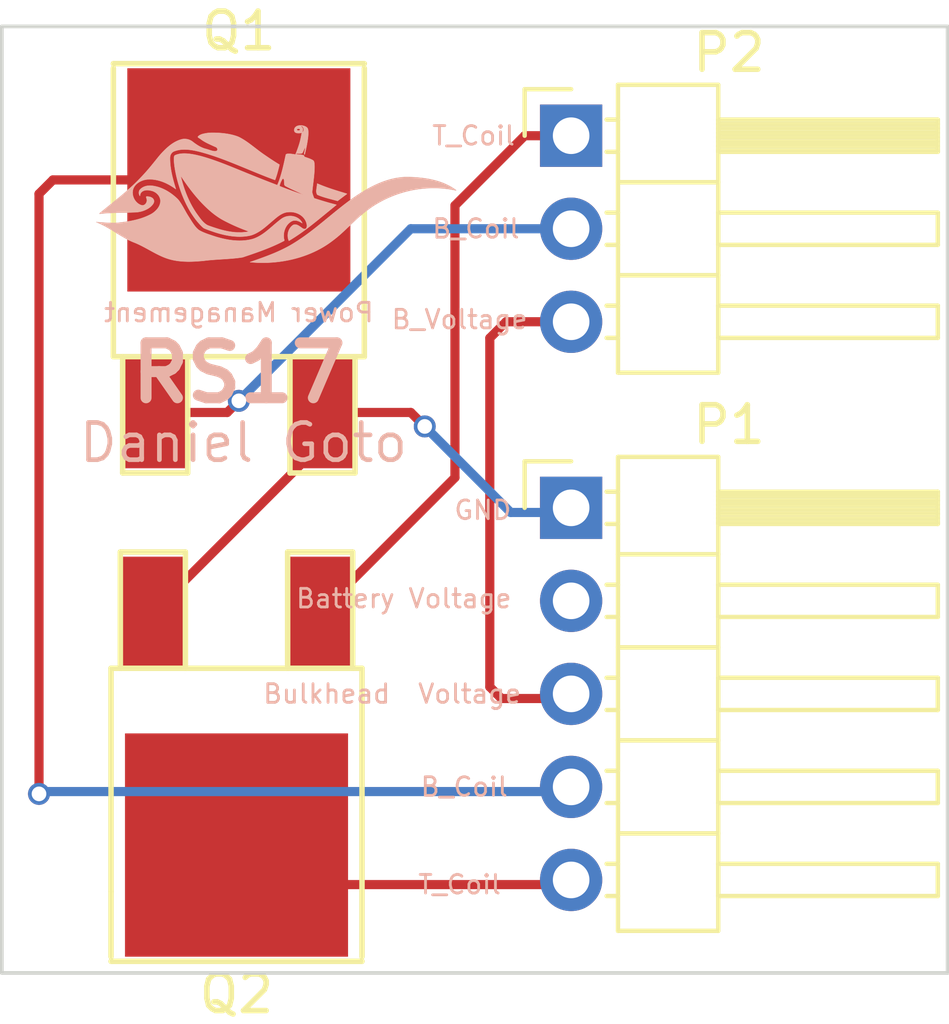
<source format=kicad_pcb>
(kicad_pcb (version 4) (host pcbnew 4.0.4-stable)

  (general
    (links 7)
    (no_connects 0)
    (area 144.475999 65.6365 170.508501 93.9755)
    (thickness 1.6)
    (drawings 15)
    (tracks 29)
    (zones 0)
    (modules 5)
    (nets 8)
  )

  (page A4)
  (layers
    (0 F.Cu signal)
    (31 B.Cu signal)
    (32 B.Adhes user)
    (33 F.Adhes user)
    (34 B.Paste user)
    (35 F.Paste user)
    (36 B.SilkS user)
    (37 F.SilkS user)
    (38 B.Mask user)
    (39 F.Mask user)
    (40 Dwgs.User user)
    (41 Cmts.User user)
    (42 Eco1.User user)
    (43 Eco2.User user)
    (44 Edge.Cuts user)
    (45 Margin user)
    (46 B.CrtYd user)
    (47 F.CrtYd user)
    (48 B.Fab user)
    (49 F.Fab user)
  )

  (setup
    (last_trace_width 0.25)
    (trace_clearance 0.2)
    (zone_clearance 0.508)
    (zone_45_only no)
    (trace_min 0.2)
    (segment_width 0.2)
    (edge_width 0.1)
    (via_size 0.6)
    (via_drill 0.4)
    (via_min_size 0.4)
    (via_min_drill 0.3)
    (uvia_size 0.3)
    (uvia_drill 0.1)
    (uvias_allowed no)
    (uvia_min_size 0.2)
    (uvia_min_drill 0.1)
    (pcb_text_width 0.3)
    (pcb_text_size 1.5 1.5)
    (mod_edge_width 0.15)
    (mod_text_size 1 1)
    (mod_text_width 0.15)
    (pad_size 1.5 1.5)
    (pad_drill 0.6)
    (pad_to_mask_clearance 0)
    (aux_axis_origin 0 0)
    (visible_elements 7FFFFFFF)
    (pcbplotparams
      (layerselection 0x00030_80000001)
      (usegerberextensions false)
      (excludeedgelayer true)
      (linewidth 0.100000)
      (plotframeref false)
      (viasonmask false)
      (mode 1)
      (useauxorigin false)
      (hpglpennumber 1)
      (hpglpenspeed 20)
      (hpglpendiameter 15)
      (hpglpenoverlay 2)
      (psnegative false)
      (psa4output false)
      (plotreference true)
      (plotvalue true)
      (plotinvisibletext false)
      (padsonsilk false)
      (subtractmaskfromsilk false)
      (outputformat 1)
      (mirror false)
      (drillshape 1)
      (scaleselection 1)
      (outputdirectory ""))
  )

  (net 0 "")
  (net 1 GND)
  (net 2 Battery+)
  (net 3 Bulkhead+)
  (net 4 "Net-(P1-Pad4)")
  (net 5 "Net-(P1-Pad5)")
  (net 6 ThrusterCoil)
  (net 7 bCoil)

  (net_class Default "This is the default net class."
    (clearance 0.2)
    (trace_width 0.25)
    (via_dia 0.6)
    (via_drill 0.4)
    (uvia_dia 0.3)
    (uvia_drill 0.1)
    (add_net Battery+)
    (add_net Bulkhead+)
    (add_net GND)
    (add_net "Net-(P1-Pad4)")
    (add_net "Net-(P1-Pad5)")
    (add_net ThrusterCoil)
    (add_net bCoil)
  )

  (module Pin_Headers:Pin_Header_Angled_1x05_Pitch2.54mm (layer F.Cu) (tedit 5862ED52) (tstamp 588A848F)
    (at 160.0835 79.629)
    (descr "Through hole angled pin header, 1x05, 2.54mm pitch, 6mm pin length, single row")
    (tags "Through hole angled pin header THT 1x05 2.54mm single row")
    (path /588A3763)
    (fp_text reference P1 (at 4.315 -2.27) (layer F.SilkS)
      (effects (font (size 1 1) (thickness 0.15)))
    )
    (fp_text value CONN_01X05 (at 4.315 12.43) (layer F.Fab)
      (effects (font (size 1 1) (thickness 0.15)))
    )
    (fp_line (start 1.4 -1.27) (end 1.4 1.27) (layer F.Fab) (width 0.1))
    (fp_line (start 1.4 1.27) (end 3.9 1.27) (layer F.Fab) (width 0.1))
    (fp_line (start 3.9 1.27) (end 3.9 -1.27) (layer F.Fab) (width 0.1))
    (fp_line (start 3.9 -1.27) (end 1.4 -1.27) (layer F.Fab) (width 0.1))
    (fp_line (start 0 -0.32) (end 0 0.32) (layer F.Fab) (width 0.1))
    (fp_line (start 0 0.32) (end 9.9 0.32) (layer F.Fab) (width 0.1))
    (fp_line (start 9.9 0.32) (end 9.9 -0.32) (layer F.Fab) (width 0.1))
    (fp_line (start 9.9 -0.32) (end 0 -0.32) (layer F.Fab) (width 0.1))
    (fp_line (start 1.4 1.27) (end 1.4 3.81) (layer F.Fab) (width 0.1))
    (fp_line (start 1.4 3.81) (end 3.9 3.81) (layer F.Fab) (width 0.1))
    (fp_line (start 3.9 3.81) (end 3.9 1.27) (layer F.Fab) (width 0.1))
    (fp_line (start 3.9 1.27) (end 1.4 1.27) (layer F.Fab) (width 0.1))
    (fp_line (start 0 2.22) (end 0 2.86) (layer F.Fab) (width 0.1))
    (fp_line (start 0 2.86) (end 9.9 2.86) (layer F.Fab) (width 0.1))
    (fp_line (start 9.9 2.86) (end 9.9 2.22) (layer F.Fab) (width 0.1))
    (fp_line (start 9.9 2.22) (end 0 2.22) (layer F.Fab) (width 0.1))
    (fp_line (start 1.4 3.81) (end 1.4 6.35) (layer F.Fab) (width 0.1))
    (fp_line (start 1.4 6.35) (end 3.9 6.35) (layer F.Fab) (width 0.1))
    (fp_line (start 3.9 6.35) (end 3.9 3.81) (layer F.Fab) (width 0.1))
    (fp_line (start 3.9 3.81) (end 1.4 3.81) (layer F.Fab) (width 0.1))
    (fp_line (start 0 4.76) (end 0 5.4) (layer F.Fab) (width 0.1))
    (fp_line (start 0 5.4) (end 9.9 5.4) (layer F.Fab) (width 0.1))
    (fp_line (start 9.9 5.4) (end 9.9 4.76) (layer F.Fab) (width 0.1))
    (fp_line (start 9.9 4.76) (end 0 4.76) (layer F.Fab) (width 0.1))
    (fp_line (start 1.4 6.35) (end 1.4 8.89) (layer F.Fab) (width 0.1))
    (fp_line (start 1.4 8.89) (end 3.9 8.89) (layer F.Fab) (width 0.1))
    (fp_line (start 3.9 8.89) (end 3.9 6.35) (layer F.Fab) (width 0.1))
    (fp_line (start 3.9 6.35) (end 1.4 6.35) (layer F.Fab) (width 0.1))
    (fp_line (start 0 7.3) (end 0 7.94) (layer F.Fab) (width 0.1))
    (fp_line (start 0 7.94) (end 9.9 7.94) (layer F.Fab) (width 0.1))
    (fp_line (start 9.9 7.94) (end 9.9 7.3) (layer F.Fab) (width 0.1))
    (fp_line (start 9.9 7.3) (end 0 7.3) (layer F.Fab) (width 0.1))
    (fp_line (start 1.4 8.89) (end 1.4 11.43) (layer F.Fab) (width 0.1))
    (fp_line (start 1.4 11.43) (end 3.9 11.43) (layer F.Fab) (width 0.1))
    (fp_line (start 3.9 11.43) (end 3.9 8.89) (layer F.Fab) (width 0.1))
    (fp_line (start 3.9 8.89) (end 1.4 8.89) (layer F.Fab) (width 0.1))
    (fp_line (start 0 9.84) (end 0 10.48) (layer F.Fab) (width 0.1))
    (fp_line (start 0 10.48) (end 9.9 10.48) (layer F.Fab) (width 0.1))
    (fp_line (start 9.9 10.48) (end 9.9 9.84) (layer F.Fab) (width 0.1))
    (fp_line (start 9.9 9.84) (end 0 9.84) (layer F.Fab) (width 0.1))
    (fp_line (start 1.28 -1.39) (end 1.28 1.27) (layer F.SilkS) (width 0.12))
    (fp_line (start 1.28 1.27) (end 4.02 1.27) (layer F.SilkS) (width 0.12))
    (fp_line (start 4.02 1.27) (end 4.02 -1.39) (layer F.SilkS) (width 0.12))
    (fp_line (start 4.02 -1.39) (end 1.28 -1.39) (layer F.SilkS) (width 0.12))
    (fp_line (start 4.02 -0.44) (end 4.02 0.44) (layer F.SilkS) (width 0.12))
    (fp_line (start 4.02 0.44) (end 10.02 0.44) (layer F.SilkS) (width 0.12))
    (fp_line (start 10.02 0.44) (end 10.02 -0.44) (layer F.SilkS) (width 0.12))
    (fp_line (start 10.02 -0.44) (end 4.02 -0.44) (layer F.SilkS) (width 0.12))
    (fp_line (start 0.97 -0.44) (end 1.28 -0.44) (layer F.SilkS) (width 0.12))
    (fp_line (start 0.97 0.44) (end 1.28 0.44) (layer F.SilkS) (width 0.12))
    (fp_line (start 4.02 -0.32) (end 10.02 -0.32) (layer F.SilkS) (width 0.12))
    (fp_line (start 4.02 -0.2) (end 10.02 -0.2) (layer F.SilkS) (width 0.12))
    (fp_line (start 4.02 -0.08) (end 10.02 -0.08) (layer F.SilkS) (width 0.12))
    (fp_line (start 4.02 0.04) (end 10.02 0.04) (layer F.SilkS) (width 0.12))
    (fp_line (start 4.02 0.16) (end 10.02 0.16) (layer F.SilkS) (width 0.12))
    (fp_line (start 4.02 0.28) (end 10.02 0.28) (layer F.SilkS) (width 0.12))
    (fp_line (start 4.02 0.4) (end 10.02 0.4) (layer F.SilkS) (width 0.12))
    (fp_line (start 1.28 1.27) (end 1.28 3.81) (layer F.SilkS) (width 0.12))
    (fp_line (start 1.28 3.81) (end 4.02 3.81) (layer F.SilkS) (width 0.12))
    (fp_line (start 4.02 3.81) (end 4.02 1.27) (layer F.SilkS) (width 0.12))
    (fp_line (start 4.02 1.27) (end 1.28 1.27) (layer F.SilkS) (width 0.12))
    (fp_line (start 4.02 2.1) (end 4.02 2.98) (layer F.SilkS) (width 0.12))
    (fp_line (start 4.02 2.98) (end 10.02 2.98) (layer F.SilkS) (width 0.12))
    (fp_line (start 10.02 2.98) (end 10.02 2.1) (layer F.SilkS) (width 0.12))
    (fp_line (start 10.02 2.1) (end 4.02 2.1) (layer F.SilkS) (width 0.12))
    (fp_line (start 0.97 2.1) (end 1.28 2.1) (layer F.SilkS) (width 0.12))
    (fp_line (start 0.97 2.98) (end 1.28 2.98) (layer F.SilkS) (width 0.12))
    (fp_line (start 1.28 3.81) (end 1.28 6.35) (layer F.SilkS) (width 0.12))
    (fp_line (start 1.28 6.35) (end 4.02 6.35) (layer F.SilkS) (width 0.12))
    (fp_line (start 4.02 6.35) (end 4.02 3.81) (layer F.SilkS) (width 0.12))
    (fp_line (start 4.02 3.81) (end 1.28 3.81) (layer F.SilkS) (width 0.12))
    (fp_line (start 4.02 4.64) (end 4.02 5.52) (layer F.SilkS) (width 0.12))
    (fp_line (start 4.02 5.52) (end 10.02 5.52) (layer F.SilkS) (width 0.12))
    (fp_line (start 10.02 5.52) (end 10.02 4.64) (layer F.SilkS) (width 0.12))
    (fp_line (start 10.02 4.64) (end 4.02 4.64) (layer F.SilkS) (width 0.12))
    (fp_line (start 0.97 4.64) (end 1.28 4.64) (layer F.SilkS) (width 0.12))
    (fp_line (start 0.97 5.52) (end 1.28 5.52) (layer F.SilkS) (width 0.12))
    (fp_line (start 1.28 6.35) (end 1.28 8.89) (layer F.SilkS) (width 0.12))
    (fp_line (start 1.28 8.89) (end 4.02 8.89) (layer F.SilkS) (width 0.12))
    (fp_line (start 4.02 8.89) (end 4.02 6.35) (layer F.SilkS) (width 0.12))
    (fp_line (start 4.02 6.35) (end 1.28 6.35) (layer F.SilkS) (width 0.12))
    (fp_line (start 4.02 7.18) (end 4.02 8.06) (layer F.SilkS) (width 0.12))
    (fp_line (start 4.02 8.06) (end 10.02 8.06) (layer F.SilkS) (width 0.12))
    (fp_line (start 10.02 8.06) (end 10.02 7.18) (layer F.SilkS) (width 0.12))
    (fp_line (start 10.02 7.18) (end 4.02 7.18) (layer F.SilkS) (width 0.12))
    (fp_line (start 0.97 7.18) (end 1.28 7.18) (layer F.SilkS) (width 0.12))
    (fp_line (start 0.97 8.06) (end 1.28 8.06) (layer F.SilkS) (width 0.12))
    (fp_line (start 1.28 8.89) (end 1.28 11.55) (layer F.SilkS) (width 0.12))
    (fp_line (start 1.28 11.55) (end 4.02 11.55) (layer F.SilkS) (width 0.12))
    (fp_line (start 4.02 11.55) (end 4.02 8.89) (layer F.SilkS) (width 0.12))
    (fp_line (start 4.02 8.89) (end 1.28 8.89) (layer F.SilkS) (width 0.12))
    (fp_line (start 4.02 9.72) (end 4.02 10.6) (layer F.SilkS) (width 0.12))
    (fp_line (start 4.02 10.6) (end 10.02 10.6) (layer F.SilkS) (width 0.12))
    (fp_line (start 10.02 10.6) (end 10.02 9.72) (layer F.SilkS) (width 0.12))
    (fp_line (start 10.02 9.72) (end 4.02 9.72) (layer F.SilkS) (width 0.12))
    (fp_line (start 0.97 9.72) (end 1.28 9.72) (layer F.SilkS) (width 0.12))
    (fp_line (start 0.97 10.6) (end 1.28 10.6) (layer F.SilkS) (width 0.12))
    (fp_line (start -1.27 0) (end -1.27 -1.27) (layer F.SilkS) (width 0.12))
    (fp_line (start -1.27 -1.27) (end 0 -1.27) (layer F.SilkS) (width 0.12))
    (fp_line (start -1.6 -1.6) (end -1.6 11.7) (layer F.CrtYd) (width 0.05))
    (fp_line (start -1.6 11.7) (end 10.2 11.7) (layer F.CrtYd) (width 0.05))
    (fp_line (start 10.2 11.7) (end 10.2 -1.6) (layer F.CrtYd) (width 0.05))
    (fp_line (start 10.2 -1.6) (end -1.6 -1.6) (layer F.CrtYd) (width 0.05))
    (pad 1 thru_hole rect (at 0 0) (size 1.7 1.7) (drill 1) (layers *.Cu *.Mask)
      (net 1 GND))
    (pad 2 thru_hole oval (at 0 2.54) (size 1.7 1.7) (drill 1) (layers *.Cu *.Mask)
      (net 2 Battery+))
    (pad 3 thru_hole oval (at 0 5.08) (size 1.7 1.7) (drill 1) (layers *.Cu *.Mask)
      (net 3 Bulkhead+))
    (pad 4 thru_hole oval (at 0 7.62) (size 1.7 1.7) (drill 1) (layers *.Cu *.Mask)
      (net 4 "Net-(P1-Pad4)"))
    (pad 5 thru_hole oval (at 0 10.16) (size 1.7 1.7) (drill 1) (layers *.Cu *.Mask)
      (net 5 "Net-(P1-Pad5)"))
    (model Pin_Headers.3dshapes/Pin_Header_Angled_1x05_Pitch2.54mm.wrl
      (at (xyz 0 -0.2 0))
      (scale (xyz 1 1 1))
      (rotate (xyz 0 0 90))
    )
  )

  (module Pin_Headers:Pin_Header_Angled_1x03_Pitch2.54mm (layer F.Cu) (tedit 5862ED52) (tstamp 588A8496)
    (at 160.0835 69.469)
    (descr "Through hole angled pin header, 1x03, 2.54mm pitch, 6mm pin length, single row")
    (tags "Through hole angled pin header THT 1x03 2.54mm single row")
    (path /588A8308)
    (fp_text reference P2 (at 4.315 -2.27) (layer F.SilkS)
      (effects (font (size 1 1) (thickness 0.15)))
    )
    (fp_text value CONN_01X03 (at 4.315 7.35) (layer F.Fab)
      (effects (font (size 1 1) (thickness 0.15)))
    )
    (fp_line (start 1.4 -1.27) (end 1.4 1.27) (layer F.Fab) (width 0.1))
    (fp_line (start 1.4 1.27) (end 3.9 1.27) (layer F.Fab) (width 0.1))
    (fp_line (start 3.9 1.27) (end 3.9 -1.27) (layer F.Fab) (width 0.1))
    (fp_line (start 3.9 -1.27) (end 1.4 -1.27) (layer F.Fab) (width 0.1))
    (fp_line (start 0 -0.32) (end 0 0.32) (layer F.Fab) (width 0.1))
    (fp_line (start 0 0.32) (end 9.9 0.32) (layer F.Fab) (width 0.1))
    (fp_line (start 9.9 0.32) (end 9.9 -0.32) (layer F.Fab) (width 0.1))
    (fp_line (start 9.9 -0.32) (end 0 -0.32) (layer F.Fab) (width 0.1))
    (fp_line (start 1.4 1.27) (end 1.4 3.81) (layer F.Fab) (width 0.1))
    (fp_line (start 1.4 3.81) (end 3.9 3.81) (layer F.Fab) (width 0.1))
    (fp_line (start 3.9 3.81) (end 3.9 1.27) (layer F.Fab) (width 0.1))
    (fp_line (start 3.9 1.27) (end 1.4 1.27) (layer F.Fab) (width 0.1))
    (fp_line (start 0 2.22) (end 0 2.86) (layer F.Fab) (width 0.1))
    (fp_line (start 0 2.86) (end 9.9 2.86) (layer F.Fab) (width 0.1))
    (fp_line (start 9.9 2.86) (end 9.9 2.22) (layer F.Fab) (width 0.1))
    (fp_line (start 9.9 2.22) (end 0 2.22) (layer F.Fab) (width 0.1))
    (fp_line (start 1.4 3.81) (end 1.4 6.35) (layer F.Fab) (width 0.1))
    (fp_line (start 1.4 6.35) (end 3.9 6.35) (layer F.Fab) (width 0.1))
    (fp_line (start 3.9 6.35) (end 3.9 3.81) (layer F.Fab) (width 0.1))
    (fp_line (start 3.9 3.81) (end 1.4 3.81) (layer F.Fab) (width 0.1))
    (fp_line (start 0 4.76) (end 0 5.4) (layer F.Fab) (width 0.1))
    (fp_line (start 0 5.4) (end 9.9 5.4) (layer F.Fab) (width 0.1))
    (fp_line (start 9.9 5.4) (end 9.9 4.76) (layer F.Fab) (width 0.1))
    (fp_line (start 9.9 4.76) (end 0 4.76) (layer F.Fab) (width 0.1))
    (fp_line (start 1.28 -1.39) (end 1.28 1.27) (layer F.SilkS) (width 0.12))
    (fp_line (start 1.28 1.27) (end 4.02 1.27) (layer F.SilkS) (width 0.12))
    (fp_line (start 4.02 1.27) (end 4.02 -1.39) (layer F.SilkS) (width 0.12))
    (fp_line (start 4.02 -1.39) (end 1.28 -1.39) (layer F.SilkS) (width 0.12))
    (fp_line (start 4.02 -0.44) (end 4.02 0.44) (layer F.SilkS) (width 0.12))
    (fp_line (start 4.02 0.44) (end 10.02 0.44) (layer F.SilkS) (width 0.12))
    (fp_line (start 10.02 0.44) (end 10.02 -0.44) (layer F.SilkS) (width 0.12))
    (fp_line (start 10.02 -0.44) (end 4.02 -0.44) (layer F.SilkS) (width 0.12))
    (fp_line (start 0.97 -0.44) (end 1.28 -0.44) (layer F.SilkS) (width 0.12))
    (fp_line (start 0.97 0.44) (end 1.28 0.44) (layer F.SilkS) (width 0.12))
    (fp_line (start 4.02 -0.32) (end 10.02 -0.32) (layer F.SilkS) (width 0.12))
    (fp_line (start 4.02 -0.2) (end 10.02 -0.2) (layer F.SilkS) (width 0.12))
    (fp_line (start 4.02 -0.08) (end 10.02 -0.08) (layer F.SilkS) (width 0.12))
    (fp_line (start 4.02 0.04) (end 10.02 0.04) (layer F.SilkS) (width 0.12))
    (fp_line (start 4.02 0.16) (end 10.02 0.16) (layer F.SilkS) (width 0.12))
    (fp_line (start 4.02 0.28) (end 10.02 0.28) (layer F.SilkS) (width 0.12))
    (fp_line (start 4.02 0.4) (end 10.02 0.4) (layer F.SilkS) (width 0.12))
    (fp_line (start 1.28 1.27) (end 1.28 3.81) (layer F.SilkS) (width 0.12))
    (fp_line (start 1.28 3.81) (end 4.02 3.81) (layer F.SilkS) (width 0.12))
    (fp_line (start 4.02 3.81) (end 4.02 1.27) (layer F.SilkS) (width 0.12))
    (fp_line (start 4.02 1.27) (end 1.28 1.27) (layer F.SilkS) (width 0.12))
    (fp_line (start 4.02 2.1) (end 4.02 2.98) (layer F.SilkS) (width 0.12))
    (fp_line (start 4.02 2.98) (end 10.02 2.98) (layer F.SilkS) (width 0.12))
    (fp_line (start 10.02 2.98) (end 10.02 2.1) (layer F.SilkS) (width 0.12))
    (fp_line (start 10.02 2.1) (end 4.02 2.1) (layer F.SilkS) (width 0.12))
    (fp_line (start 0.97 2.1) (end 1.28 2.1) (layer F.SilkS) (width 0.12))
    (fp_line (start 0.97 2.98) (end 1.28 2.98) (layer F.SilkS) (width 0.12))
    (fp_line (start 1.28 3.81) (end 1.28 6.47) (layer F.SilkS) (width 0.12))
    (fp_line (start 1.28 6.47) (end 4.02 6.47) (layer F.SilkS) (width 0.12))
    (fp_line (start 4.02 6.47) (end 4.02 3.81) (layer F.SilkS) (width 0.12))
    (fp_line (start 4.02 3.81) (end 1.28 3.81) (layer F.SilkS) (width 0.12))
    (fp_line (start 4.02 4.64) (end 4.02 5.52) (layer F.SilkS) (width 0.12))
    (fp_line (start 4.02 5.52) (end 10.02 5.52) (layer F.SilkS) (width 0.12))
    (fp_line (start 10.02 5.52) (end 10.02 4.64) (layer F.SilkS) (width 0.12))
    (fp_line (start 10.02 4.64) (end 4.02 4.64) (layer F.SilkS) (width 0.12))
    (fp_line (start 0.97 4.64) (end 1.28 4.64) (layer F.SilkS) (width 0.12))
    (fp_line (start 0.97 5.52) (end 1.28 5.52) (layer F.SilkS) (width 0.12))
    (fp_line (start -1.27 0) (end -1.27 -1.27) (layer F.SilkS) (width 0.12))
    (fp_line (start -1.27 -1.27) (end 0 -1.27) (layer F.SilkS) (width 0.12))
    (fp_line (start -1.6 -1.6) (end -1.6 6.6) (layer F.CrtYd) (width 0.05))
    (fp_line (start -1.6 6.6) (end 10.2 6.6) (layer F.CrtYd) (width 0.05))
    (fp_line (start 10.2 6.6) (end 10.2 -1.6) (layer F.CrtYd) (width 0.05))
    (fp_line (start 10.2 -1.6) (end -1.6 -1.6) (layer F.CrtYd) (width 0.05))
    (pad 1 thru_hole rect (at 0 0) (size 1.7 1.7) (drill 1) (layers *.Cu *.Mask)
      (net 6 ThrusterCoil))
    (pad 2 thru_hole oval (at 0 2.54) (size 1.7 1.7) (drill 1) (layers *.Cu *.Mask)
      (net 7 bCoil))
    (pad 3 thru_hole oval (at 0 5.08) (size 1.7 1.7) (drill 1) (layers *.Cu *.Mask)
      (net 3 Bulkhead+))
    (model Pin_Headers.3dshapes/Pin_Header_Angled_1x03_Pitch2.54mm.wrl
      (at (xyz 0 -0.1 0))
      (scale (xyz 1 1 1))
      (rotate (xyz 0 0 90))
    )
  )

  (module TO_SOT_Packages_SMD:TO-252-2Lead (layer F.Cu) (tedit 0) (tstamp 588A849D)
    (at 151.003 77.0255)
    (descr "DPAK / TO-252 2-lead smd package")
    (tags "dpak TO-252")
    (path /588A2E6D)
    (attr smd)
    (fp_text reference Q1 (at 0 -10.414) (layer F.SilkS)
      (effects (font (size 1 1) (thickness 0.15)))
    )
    (fp_text value Q_NJFET_DGS (at 0 -2.413) (layer F.Fab)
      (effects (font (size 1 1) (thickness 0.15)))
    )
    (fp_line (start 1.397 -1.524) (end 1.397 1.651) (layer F.SilkS) (width 0.15))
    (fp_line (start 1.397 1.651) (end 3.175 1.651) (layer F.SilkS) (width 0.15))
    (fp_line (start 3.175 1.651) (end 3.175 -1.524) (layer F.SilkS) (width 0.15))
    (fp_line (start -3.175 -1.524) (end -3.175 1.651) (layer F.SilkS) (width 0.15))
    (fp_line (start -3.175 1.651) (end -1.397 1.651) (layer F.SilkS) (width 0.15))
    (fp_line (start -1.397 1.651) (end -1.397 -1.524) (layer F.SilkS) (width 0.15))
    (fp_line (start 3.429 -7.62) (end 3.429 -1.524) (layer F.SilkS) (width 0.15))
    (fp_line (start 3.429 -1.524) (end -3.429 -1.524) (layer F.SilkS) (width 0.15))
    (fp_line (start -3.429 -1.524) (end -3.429 -9.398) (layer F.SilkS) (width 0.15))
    (fp_line (start -3.429 -9.525) (end 3.429 -9.525) (layer F.SilkS) (width 0.15))
    (fp_line (start 3.429 -9.398) (end 3.429 -7.62) (layer F.SilkS) (width 0.15))
    (pad 1 smd rect (at -2.286 0) (size 1.651 3.048) (layers F.Cu F.Paste F.Mask)
      (net 7 bCoil))
    (pad 2 smd rect (at 0 -6.35) (size 6.096 6.096) (layers F.Cu F.Paste F.Mask)
      (net 4 "Net-(P1-Pad4)"))
    (pad 3 smd rect (at 2.286 0) (size 1.651 3.048) (layers F.Cu F.Paste F.Mask)
      (net 1 GND))
    (model TO_SOT_Packages_SMD.3dshapes/TO-252-2Lead.wrl
      (at (xyz 0 0 0))
      (scale (xyz 1 1 1))
      (rotate (xyz 0 0 0))
    )
  )

  (module TO_SOT_Packages_SMD:TO-252-2Lead (layer F.Cu) (tedit 0) (tstamp 588A84A4)
    (at 150.9395 82.4865 180)
    (descr "DPAK / TO-252 2-lead smd package")
    (tags "dpak TO-252")
    (path /588A837A)
    (attr smd)
    (fp_text reference Q2 (at 0 -10.414 180) (layer F.SilkS)
      (effects (font (size 1 1) (thickness 0.15)))
    )
    (fp_text value Q_NJFET_DGS (at 0 -2.413 180) (layer F.Fab)
      (effects (font (size 1 1) (thickness 0.15)))
    )
    (fp_line (start 1.397 -1.524) (end 1.397 1.651) (layer F.SilkS) (width 0.15))
    (fp_line (start 1.397 1.651) (end 3.175 1.651) (layer F.SilkS) (width 0.15))
    (fp_line (start 3.175 1.651) (end 3.175 -1.524) (layer F.SilkS) (width 0.15))
    (fp_line (start -3.175 -1.524) (end -3.175 1.651) (layer F.SilkS) (width 0.15))
    (fp_line (start -3.175 1.651) (end -1.397 1.651) (layer F.SilkS) (width 0.15))
    (fp_line (start -1.397 1.651) (end -1.397 -1.524) (layer F.SilkS) (width 0.15))
    (fp_line (start 3.429 -7.62) (end 3.429 -1.524) (layer F.SilkS) (width 0.15))
    (fp_line (start 3.429 -1.524) (end -3.429 -1.524) (layer F.SilkS) (width 0.15))
    (fp_line (start -3.429 -1.524) (end -3.429 -9.398) (layer F.SilkS) (width 0.15))
    (fp_line (start -3.429 -9.525) (end 3.429 -9.525) (layer F.SilkS) (width 0.15))
    (fp_line (start 3.429 -9.398) (end 3.429 -7.62) (layer F.SilkS) (width 0.15))
    (pad 1 smd rect (at -2.286 0 180) (size 1.651 3.048) (layers F.Cu F.Paste F.Mask)
      (net 6 ThrusterCoil))
    (pad 2 smd rect (at 0 -6.35 180) (size 6.096 6.096) (layers F.Cu F.Paste F.Mask)
      (net 5 "Net-(P1-Pad5)"))
    (pad 3 smd rect (at 2.286 0 180) (size 1.651 3.048) (layers F.Cu F.Paste F.Mask)
      (net 1 GND))
    (model TO_SOT_Packages_SMD.3dshapes/TO-252-2Lead.wrl
      (at (xyz 0 0 0))
      (scale (xyz 1 1 1))
      (rotate (xyz 0 0 0))
    )
  )

  (module robosub_footprints:robosub_logo-medium (layer B.Cu) (tedit 0) (tstamp 588A9A03)
    (at 151.9555 71.1835 180)
    (fp_text reference G*** (at 0 0 180) (layer B.SilkS) hide
      (effects (font (thickness 0.3)) (justify mirror))
    )
    (fp_text value LOGO (at 0.75 0 180) (layer B.SilkS) hide
      (effects (font (thickness 0.3)) (justify mirror))
    )
    (fp_poly (pts (xy -3.630522 0.586779) (xy -3.608205 0.586576) (xy -3.588209 0.586171) (xy -3.569697 0.585523)
      (xy -3.551832 0.584591) (xy -3.533775 0.583331) (xy -3.514687 0.581704) (xy -3.493732 0.579665)
      (xy -3.476535 0.577869) (xy -3.399362 0.567949) (xy -3.321616 0.554586) (xy -3.243241 0.537754)
      (xy -3.164179 0.517431) (xy -3.084373 0.493592) (xy -3.003765 0.466215) (xy -2.922298 0.435276)
      (xy -2.839914 0.400751) (xy -2.756557 0.362617) (xy -2.672168 0.32085) (xy -2.586691 0.275426)
      (xy -2.500069 0.226322) (xy -2.412243 0.173515) (xy -2.323156 0.11698) (xy -2.27 0.08188)
      (xy -2.236933 0.059573) (xy -2.204022 0.037032) (xy -2.17108 0.014115) (xy -2.137922 -0.00932)
      (xy -2.104361 -0.033416) (xy -2.07021 -0.058315) (xy -2.035284 -0.08416) (xy -1.999397 -0.111093)
      (xy -1.962361 -0.139256) (xy -1.923992 -0.168792) (xy -1.884102 -0.199844) (xy -1.842506 -0.232554)
      (xy -1.799018 -0.267064) (xy -1.75345 -0.303516) (xy -1.705617 -0.342054) (xy -1.655333 -0.38282)
      (xy -1.602411 -0.425955) (xy -1.55 -0.468867) (xy -1.50476 -0.505964) (xy -1.462416 -0.540648)
      (xy -1.422788 -0.573063) (xy -1.385697 -0.603355) (xy -1.350962 -0.631666) (xy -1.318405 -0.658141)
      (xy -1.287844 -0.682925) (xy -1.259101 -0.706161) (xy -1.231995 -0.727993) (xy -1.206346 -0.748567)
      (xy -1.181975 -0.768025) (xy -1.158702 -0.786513) (xy -1.136346 -0.804174) (xy -1.114729 -0.821153)
      (xy -1.09367 -0.837593) (xy -1.072989 -0.85364) (xy -1.052506 -0.869436) (xy -1.032042 -0.885127)
      (xy -1.011417 -0.900856) (xy -1.006 -0.904974) (xy -0.942525 -0.952574) (xy -0.878815 -0.999118)
      (xy -0.81522 -1.044372) (xy -0.752087 -1.088104) (xy -0.689765 -1.13008) (xy -0.628604 -1.170065)
      (xy -0.56895 -1.207826) (xy -0.511153 -1.243129) (xy -0.455561 -1.27574) (xy -0.44 -1.284605)
      (xy -0.39336 -1.310397) (xy -0.343515 -1.336845) (xy -0.291139 -1.363611) (xy -0.236903 -1.39036)
      (xy -0.18148 -1.416758) (xy -0.12554 -1.442466) (xy -0.111863 -1.448608) (xy -0.06872 -1.467598)
      (xy -0.023471 -1.486934) (xy 0.024049 -1.50668) (xy 0.074003 -1.526898) (xy 0.126557 -1.547651)
      (xy 0.181876 -1.569003) (xy 0.240124 -1.591017) (xy 0.301465 -1.613756) (xy 0.366064 -1.637282)
      (xy 0.434087 -1.661659) (xy 0.505697 -1.686951) (xy 0.558 -1.705216) (xy 0.575423 -1.711275)
      (xy 0.591729 -1.716947) (xy 0.60652 -1.722094) (xy 0.619396 -1.726576) (xy 0.629959 -1.730255)
      (xy 0.637809 -1.732992) (xy 0.642548 -1.734648) (xy 0.643786 -1.735084) (xy 0.645738 -1.736478)
      (xy 0.645621 -1.737045) (xy 0.643115 -1.737714) (xy 0.637008 -1.738556) (xy 0.627695 -1.739543)
      (xy 0.615569 -1.740647) (xy 0.601025 -1.741842) (xy 0.584457 -1.7431) (xy 0.566259 -1.744393)
      (xy 0.546826 -1.745695) (xy 0.526551 -1.746977) (xy 0.50583 -1.748213) (xy 0.485055 -1.749375)
      (xy 0.464621 -1.750437) (xy 0.444923 -1.751369) (xy 0.43 -1.752003) (xy 0.414569 -1.752499)
      (xy 0.395784 -1.752903) (xy 0.374291 -1.753218) (xy 0.350733 -1.753442) (xy 0.325755 -1.753576)
      (xy 0.300004 -1.753621) (xy 0.274123 -1.753576) (xy 0.248758 -1.753443) (xy 0.224553 -1.753221)
      (xy 0.202153 -1.752911) (xy 0.182204 -1.752513) (xy 0.16535 -1.752027) (xy 0.161 -1.751864)
      (xy 0.04898 -1.74565) (xy -0.062278 -1.735982) (xy -0.172624 -1.722901) (xy -0.281907 -1.706448)
      (xy -0.389974 -1.686664) (xy -0.496675 -1.663588) (xy -0.601858 -1.637262) (xy -0.705371 -1.607725)
      (xy -0.807064 -1.575018) (xy -0.906784 -1.539182) (xy -1.00438 -1.500257) (xy -1.099701 -1.458284)
      (xy -1.192595 -1.413302) (xy -1.28 -1.366967) (xy -1.3263 -1.340814) (xy -1.370797 -1.314587)
      (xy -1.414098 -1.287884) (xy -1.45681 -1.260301) (xy -1.49954 -1.231434) (xy -1.542896 -1.200878)
      (xy -1.587484 -1.168231) (xy -1.633912 -1.133089) (xy -1.648 -1.122224) (xy -1.672079 -1.10347)
      (xy -1.695167 -1.085244) (xy -1.717524 -1.067315) (xy -1.73941 -1.049454) (xy -1.761084 -1.03143)
      (xy -1.782807 -1.013014) (xy -1.804838 -0.993976) (xy -1.827437 -0.974086) (xy -1.850863 -0.953114)
      (xy -1.875376 -0.930831) (xy -1.901236 -0.907005) (xy -1.928703 -0.881408) (xy -1.958036 -0.853809)
      (xy -1.989495 -0.823979) (xy -2.02334 -0.791687) (xy -2.046878 -0.769138) (xy -2.081779 -0.735689)
      (xy -2.11404 -0.704844) (xy -2.143875 -0.676409) (xy -2.171501 -0.650188) (xy -2.197134 -0.625986)
      (xy -2.220989 -0.603608) (xy -2.243284 -0.582859) (xy -2.264233 -0.563543) (xy -2.284053 -0.545466)
      (xy -2.30296 -0.528433) (xy -2.321169 -0.512247) (xy -2.338897 -0.496715) (xy -2.35636 -0.481641)
      (xy -2.373773 -0.46683) (xy -2.391352 -0.452086) (xy -2.409314 -0.437215) (xy -2.427874 -0.422021)
      (xy -2.447249 -0.40631) (xy -2.458 -0.397642) (xy -2.519738 -0.348895) (xy -2.580006 -0.303254)
      (xy -2.639346 -0.260371) (xy -2.698303 -0.219895) (xy -2.757417 -0.181477) (xy -2.817231 -0.144766)
      (xy -2.878289 -0.109413) (xy -2.941133 -0.075067) (xy -3.006306 -0.04138) (xy -3.025 -0.03204)
      (xy -3.12409 0.014925) (xy -3.224543 0.058215) (xy -3.326244 0.097808) (xy -3.429077 0.133681)
      (xy -3.532926 0.165811) (xy -3.637675 0.194176) (xy -3.743208 0.218752) (xy -3.849409 0.239517)
      (xy -3.956162 0.256448) (xy -4.063351 0.269522) (xy -4.170861 0.278716) (xy -4.278575 0.284007)
      (xy -4.386377 0.285373) (xy -4.494152 0.28279) (xy -4.593 0.276921) (xy -4.678269 0.269046)
      (xy -4.763874 0.258481) (xy -4.848567 0.2454) (xy -4.927057 0.230796) (xy -4.943826 0.227412)
      (xy -4.957086 0.224769) (xy -4.967246 0.222801) (xy -4.974714 0.221442) (xy -4.9799 0.220629)
      (xy -4.983212 0.220295) (xy -4.98506 0.220375) (xy -4.985852 0.220804) (xy -4.986001 0.221389)
      (xy -4.984334 0.224424) (xy -4.979508 0.229339) (xy -4.971778 0.235937) (xy -4.961402 0.244019)
      (xy -4.948639 0.25339) (xy -4.933745 0.26385) (xy -4.916978 0.275203) (xy -4.90873 0.280655)
      (xy -4.847411 0.318643) (xy -4.78299 0.354165) (xy -4.715532 0.387196) (xy -4.645103 0.417712)
      (xy -4.571769 0.445689) (xy -4.495597 0.471103) (xy -4.41665 0.493929) (xy -4.334996 0.514144)
      (xy -4.2507 0.531722) (xy -4.205482 0.539875) (xy -4.131874 0.551455) (xy -4.055609 0.561549)
      (xy -3.977677 0.570074) (xy -3.899067 0.576944) (xy -3.82077 0.582074) (xy -3.743775 0.585382)
      (xy -3.669073 0.586781) (xy -3.656 0.586823) (xy -3.630522 0.586779)) (layer B.SilkS) (width 0.01))
    (fp_poly (pts (xy 3.41982 0.350762) (xy 3.457689 0.346062) (xy 3.494283 0.338131) (xy 3.529168 0.327047)
      (xy 3.561906 0.312888) (xy 3.568 0.309778) (xy 3.585426 0.299815) (xy 3.602651 0.288423)
      (xy 3.619136 0.27607) (xy 3.634346 0.263221) (xy 3.647743 0.250344) (xy 3.65879 0.237904)
      (xy 3.666949 0.22637) (xy 3.669594 0.221479) (xy 3.677917 0.19952) (xy 3.6826 0.176359)
      (xy 3.68362 0.152506) (xy 3.680952 0.128472) (xy 3.675174 0.106512) (xy 3.67142 0.096399)
      (xy 3.66726 0.086679) (xy 3.663204 0.078454) (xy 3.659759 0.072826) (xy 3.659434 0.072406)
      (xy 3.65705 0.071159) (xy 3.655177 0.07338) (xy 3.654139 0.07854) (xy 3.65403 0.081244)
      (xy 3.653304 0.088085) (xy 3.651383 0.097537) (xy 3.648573 0.108505) (xy 3.645184 0.119893)
      (xy 3.641524 0.130606) (xy 3.6379 0.139549) (xy 3.637228 0.140983) (xy 3.626636 0.158482)
      (xy 3.612585 0.174542) (xy 3.595427 0.188938) (xy 3.575514 0.201444) (xy 3.553201 0.211836)
      (xy 3.528837 0.219887) (xy 3.506147 0.224829) (xy 3.492764 0.226472) (xy 3.47663 0.227492)
      (xy 3.458942 0.227888) (xy 3.440902 0.227656) (xy 3.423708 0.226793) (xy 3.40856 0.225297)
      (xy 3.406881 0.225067) (xy 3.393449 0.222899) (xy 3.37803 0.219988) (xy 3.361599 0.216557)
      (xy 3.345129 0.212825) (xy 3.329594 0.209015) (xy 3.315965 0.205348) (xy 3.305218 0.202046)
      (xy 3.304325 0.201739) (xy 3.273963 0.189269) (xy 3.244576 0.173469) (xy 3.216688 0.154746)
      (xy 3.190826 0.133512) (xy 3.167516 0.110175) (xy 3.147282 0.085144) (xy 3.139041 0.073)
      (xy 3.123822 0.04604) (xy 3.111455 0.017563) (xy 3.102338 -0.011433) (xy 3.0989 -0.027)
      (xy 3.096942 -0.042237) (xy 3.096087 -0.06008) (xy 3.096291 -0.079302) (xy 3.09751 -0.098674)
      (xy 3.099699 -0.11697) (xy 3.102685 -0.132433) (xy 3.113337 -0.167892) (xy 3.127877 -0.202546)
      (xy 3.146262 -0.236332) (xy 3.168449 -0.269188) (xy 3.194396 -0.30105) (xy 3.224061 -0.331856)
      (xy 3.257399 -0.361542) (xy 3.259 -0.362862) (xy 3.278394 -0.378392) (xy 3.296834 -0.392192)
      (xy 3.31513 -0.404774) (xy 3.334095 -0.416651) (xy 3.35454 -0.428334) (xy 3.377278 -0.440337)
      (xy 3.399 -0.451164) (xy 3.446508 -0.473477) (xy 3.49476 -0.494351) (xy 3.544032 -0.513859)
      (xy 3.594597 -0.532076) (xy 3.64673 -0.549075) (xy 3.700705 -0.564928) (xy 3.756797 -0.579711)
      (xy 3.81528 -0.593496) (xy 3.876429 -0.606356) (xy 3.940518 -0.618366) (xy 4.007822 -0.629599)
      (xy 4.078615 -0.640128) (xy 4.131 -0.647197) (xy 4.159799 -0.650919) (xy 4.185116 -0.654144)
      (xy 4.207434 -0.656907) (xy 4.227235 -0.659244) (xy 4.245003 -0.661188) (xy 4.26122 -0.662776)
      (xy 4.276367 -0.664041) (xy 4.290929 -0.66502) (xy 4.305388 -0.665745) (xy 4.320226 -0.666254)
      (xy 4.335927 -0.66658) (xy 4.352972 -0.666758) (xy 4.371845 -0.666823) (xy 4.393027 -0.666811)
      (xy 4.402 -0.666793) (xy 4.420312 -0.666735) (xy 4.437066 -0.666635) (xy 4.452657 -0.666474)
      (xy 4.467483 -0.666235) (xy 4.48194 -0.665898) (xy 4.496424 -0.665444) (xy 4.511332 -0.664855)
      (xy 4.527062 -0.664112) (xy 4.544008 -0.663197) (xy 4.562569 -0.66209) (xy 4.58314 -0.660773)
      (xy 4.606119 -0.659227) (xy 4.631901 -0.657434) (xy 4.660885 -0.655374) (xy 4.693 -0.653063)
      (xy 4.712909 -0.651633) (xy 4.732349 -0.650252) (xy 4.750798 -0.648956) (xy 4.767736 -0.647781)
      (xy 4.782644 -0.646762) (xy 4.795001 -0.645936) (xy 4.804288 -0.645339) (xy 4.809 -0.645058)
      (xy 4.819216 -0.64444) (xy 4.829089 -0.64375) (xy 4.837244 -0.643088) (xy 4.841 -0.642717)
      (xy 4.846072 -0.642302) (xy 4.848622 -0.642549) (xy 4.84845 -0.643579) (xy 4.845355 -0.645516)
      (xy 4.839138 -0.648481) (xy 4.829598 -0.652598) (xy 4.816534 -0.657988) (xy 4.815 -0.658613)
      (xy 4.769085 -0.678093) (xy 4.72165 -0.699825) (xy 4.67246 -0.723929) (xy 4.621282 -0.750521)
      (xy 4.567883 -0.779722) (xy 4.512031 -0.811651) (xy 4.492 -0.82341) (xy 4.481422 -0.829704)
      (xy 4.467875 -0.837836) (xy 4.451791 -0.847543) (xy 4.433605 -0.85856) (xy 4.413749 -0.870624)
      (xy 4.392657 -0.883471) (xy 4.370761 -0.896836) (xy 4.348496 -0.910456) (xy 4.326295 -0.924067)
      (xy 4.30459 -0.937405) (xy 4.283816 -0.950205) (xy 4.282 -0.951326) (xy 4.227654 -0.984589)
      (xy 4.176303 -1.015427) (xy 4.127815 -1.04391) (xy 4.082058 -1.070108) (xy 4.0389 -1.094094)
      (xy 3.99821 -1.115936) (xy 3.959856 -1.135706) (xy 3.923707 -1.153475) (xy 3.889631 -1.169312)
      (xy 3.857496 -1.183289) (xy 3.827171 -1.195476) (xy 3.825845 -1.195984) (xy 3.801573 -1.205456)
      (xy 3.777184 -1.215373) (xy 3.752424 -1.225861) (xy 3.727042 -1.237044) (xy 3.700786 -1.249045)
      (xy 3.673404 -1.261991) (xy 3.644643 -1.276006) (xy 3.614253 -1.291214) (xy 3.581981 -1.30774)
      (xy 3.547575 -1.325709) (xy 3.510783 -1.345245) (xy 3.471353 -1.366472) (xy 3.429034 -1.389517)
      (xy 3.383573 -1.414502) (xy 3.379 -1.417026) (xy 3.333733 -1.441876) (xy 3.29153 -1.46473)
      (xy 3.252077 -1.485744) (xy 3.215065 -1.505071) (xy 3.180181 -1.522865) (xy 3.147115 -1.539279)
      (xy 3.115553 -1.554467) (xy 3.085187 -1.568582) (xy 3.055702 -1.58178) (xy 3.02679 -1.594212)
      (xy 2.998137 -1.606033) (xy 2.987 -1.610498) (xy 2.927175 -1.632787) (xy 2.866312 -1.652445)
      (xy 2.804046 -1.669552) (xy 2.740015 -1.684186) (xy 2.673856 -1.696427) (xy 2.605206 -1.706353)
      (xy 2.5337 -1.714044) (xy 2.498 -1.716984) (xy 2.487302 -1.717693) (xy 2.473911 -1.71844)
      (xy 2.458393 -1.719205) (xy 2.441316 -1.719969) (xy 2.423248 -1.72071) (xy 2.404756 -1.721411)
      (xy 2.386408 -1.722049) (xy 2.368771 -1.722606) (xy 2.352414 -1.723062) (xy 2.337904 -1.723396)
      (xy 2.325808 -1.723589) (xy 2.316694 -1.72362) (xy 2.312 -1.723519) (xy 2.306857 -1.723347)
      (xy 2.29866 -1.723144) (xy 2.288353 -1.722932) (xy 2.27688 -1.72273) (xy 2.271 -1.722639)
      (xy 2.24247 -1.722006) (xy 2.210884 -1.720923) (xy 2.176897 -1.719436) (xy 2.141169 -1.717588)
      (xy 2.104355 -1.715425) (xy 2.067114 -1.71299) (xy 2.030102 -1.710328) (xy 1.993977 -1.707484)
      (xy 1.959397 -1.704502) (xy 1.927019 -1.701428) (xy 1.8975 -1.698304) (xy 1.878 -1.696002)
      (xy 1.856482 -1.693392) (xy 1.834617 -1.69088) (xy 1.812141 -1.688444) (xy 1.788789 -1.686063)
      (xy 1.764297 -1.683716) (xy 1.738402 -1.681382) (xy 1.71084 -1.679039) (xy 1.681347 -1.676665)
      (xy 1.649659 -1.67424) (xy 1.615512 -1.671742) (xy 1.578642 -1.66915) (xy 1.538785 -1.666443)
      (xy 1.495677 -1.663598) (xy 1.449054 -1.660595) (xy 1.408 -1.657999) (xy 1.355562 -1.654656)
      (xy 1.306832 -1.651441) (xy 1.261517 -1.648326) (xy 1.219327 -1.645287) (xy 1.179972 -1.642296)
      (xy 1.143161 -1.639329) (xy 1.108603 -1.636358) (xy 1.076008 -1.633359) (xy 1.045085 -1.630305)
      (xy 1.015543 -1.627171) (xy 0.987092 -1.623929) (xy 0.959441 -1.620555) (xy 0.932299 -1.617022)
      (xy 0.905377 -1.613304) (xy 0.901 -1.61268) (xy 0.851 -1.605525) (xy 0.726 -1.563537)
      (xy 0.647821 -1.537083) (xy 0.573298 -1.511463) (xy 0.502195 -1.486586) (xy 0.434277 -1.462361)
      (xy 0.369308 -1.438696) (xy 0.307051 -1.415501) (xy 0.247272 -1.392686) (xy 0.189734 -1.370158)
      (xy 0.134202 -1.347828) (xy 0.08044 -1.325604) (xy 0.028213 -1.303395) (xy -0.022717 -1.281111)
      (xy -0.072583 -1.25866) (xy -0.114 -1.239522) (xy -0.128116 -1.232861) (xy -0.143565 -1.225463)
      (xy -0.159945 -1.21753) (xy -0.176854 -1.209262) (xy -0.193891 -1.200861) (xy -0.210654 -1.19253)
      (xy -0.226741 -1.184469) (xy -0.24175 -1.176881) (xy -0.255279 -1.169966) (xy -0.266927 -1.163927)
      (xy -0.276292 -1.158964) (xy -0.282971 -1.15528) (xy -0.286564 -1.153077) (xy -0.286964 -1.15275)
      (xy -0.289305 -1.147827) (xy -0.289919 -1.139838) (xy -0.288842 -1.129309) (xy -0.286109 -1.116765)
      (xy -0.284137 -1.10992) (xy -0.281524 -1.101355) (xy -0.27954 -1.094276) (xy -0.278053 -1.087829)
      (xy -0.27693 -1.081161) (xy -0.276037 -1.073419) (xy -0.275242 -1.06375) (xy -0.274413 -1.0513)
      (xy -0.274019 -1.045) (xy -0.273282 -1.004506) (xy -0.275988 -0.964084) (xy -0.281998 -0.924074)
      (xy -0.291178 -0.884816) (xy -0.303392 -0.846653) (xy -0.318501 -0.809923) (xy -0.336371 -0.774969)
      (xy -0.356865 -0.742131) (xy -0.379847 -0.711749) (xy -0.40518 -0.684165) (xy -0.425956 -0.665254)
      (xy -0.450404 -0.646017) (xy -0.473715 -0.63035) (xy -0.496196 -0.618092) (xy -0.518151 -0.609084)
      (xy -0.539888 -0.603164) (xy -0.546761 -0.601909) (xy -0.557298 -0.600823) (xy -0.570567 -0.600366)
      (xy -0.585354 -0.600495) (xy -0.600447 -0.601169) (xy -0.614634 -0.602345) (xy -0.626702 -0.603982)
      (xy -0.631 -0.604831) (xy -0.655087 -0.611433) (xy -0.680701 -0.620595) (xy -0.706763 -0.631844)
      (xy -0.73219 -0.644709) (xy -0.755901 -0.658717) (xy -0.759 -0.660728) (xy -0.766766 -0.665649)
      (xy -0.773237 -0.669409) (xy -0.77775 -0.671648) (xy -0.779641 -0.672004) (xy -0.77965 -0.671983)
      (xy -0.7791 -0.669193) (xy -0.776882 -0.663741) (xy -0.773387 -0.656389) (xy -0.769009 -0.647904)
      (xy -0.76414 -0.63905) (xy -0.759172 -0.630592) (xy -0.755156 -0.62427) (xy -0.736211 -0.599331)
      (xy -0.713931 -0.576118) (xy -0.688679 -0.554843) (xy -0.660821 -0.535717) (xy -0.630723 -0.518949)
      (xy -0.598749 -0.504751) (xy -0.565265 -0.493333) (xy -0.530636 -0.484906) (xy -0.506848 -0.481021)
      (xy -0.480649 -0.478656) (xy -0.452343 -0.477996) (xy -0.42331 -0.478985) (xy -0.394927 -0.481567)
      (xy -0.368572 -0.485688) (xy -0.363 -0.486834) (xy -0.329126 -0.495809) (xy -0.29566 -0.507854)
      (xy -0.263619 -0.52255) (xy -0.23402 -0.539472) (xy -0.230249 -0.541916) (xy -0.213735 -0.553233)
      (xy -0.194476 -0.567245) (xy -0.172589 -0.583855) (xy -0.148195 -0.602967) (xy -0.121413 -0.624485)
      (xy -0.092362 -0.648312) (xy -0.061161 -0.674352) (xy -0.027931 -0.702508) (xy 0.007211 -0.732684)
      (xy 0.026 -0.748967) (xy 0.06213 -0.780207) (xy 0.095678 -0.808855) (xy 0.126909 -0.835122)
      (xy 0.156094 -0.85922) (xy 0.183498 -0.881363) (xy 0.209391 -0.901763) (xy 0.234041 -0.920632)
      (xy 0.257714 -0.938183) (xy 0.280679 -0.954628) (xy 0.303205 -0.970179) (xy 0.315 -0.978094)
      (xy 0.35593 -1.004182) (xy 0.396958 -1.028164) (xy 0.437686 -1.04985) (xy 0.477713 -1.069048)
      (xy 0.516642 -1.085569) (xy 0.554072 -1.09922) (xy 0.589606 -1.109812) (xy 0.59142 -1.110283)
      (xy 0.657025 -1.125295) (xy 0.724033 -1.136939) (xy 0.792577 -1.145224) (xy 0.862791 -1.150158)
      (xy 0.934807 -1.15175) (xy 1.008758 -1.150007) (xy 1.084776 -1.144939) (xy 1.107 -1.142871)
      (xy 1.175599 -1.134788) (xy 1.246693 -1.12387) (xy 1.32001 -1.110169) (xy 1.39528 -1.093743)
      (xy 1.472235 -1.074644) (xy 1.550602 -1.05293) (xy 1.55487 -1.051683) (xy 1.566495 -1.048178)
      (xy 1.581384 -1.043526) (xy 1.599024 -1.037899) (xy 1.618905 -1.031468) (xy 1.640511 -1.024405)
      (xy 1.663333 -1.016882) (xy 1.686856 -1.009068) (xy 1.710568 -1.001136) (xy 1.733958 -0.993257)
      (xy 1.756511 -0.985603) (xy 1.777717 -0.978344) (xy 1.797062 -0.971652) (xy 1.814034 -0.965698)
      (xy 1.82812 -0.960653) (xy 1.837 -0.957375) (xy 1.87252 -0.943646) (xy 1.905958 -0.930027)
      (xy 1.937083 -0.916633) (xy 1.965665 -0.903574) (xy 1.991473 -0.890962) (xy 2.014275 -0.878909)
      (xy 2.033843 -0.867527) (xy 2.049944 -0.856928) (xy 2.06 -0.849234) (xy 2.077324 -0.834139)
      (xy 2.094498 -0.817797) (xy 2.111706 -0.799973) (xy 2.129133 -0.780427) (xy 2.146963 -0.758923)
      (xy 2.165381 -0.735224) (xy 2.18457 -0.709092) (xy 2.204716 -0.680289) (xy 2.226002 -0.648579)
      (xy 2.248613 -0.613724) (xy 2.272734 -0.575487) (xy 2.273038 -0.575) (xy 2.282804 -0.559364)
      (xy 2.293269 -0.542676) (xy 2.303873 -0.525824) (xy 2.314056 -0.509694) (xy 2.323259 -0.495176)
      (xy 2.330923 -0.483156) (xy 2.331023 -0.483) (xy 2.340625 -0.467904) (xy 2.349703 -0.453396)
      (xy 2.358563 -0.438955) (xy 2.367513 -0.424061) (xy 2.376856 -0.408197) (xy 2.386901 -0.390842)
      (xy 2.397952 -0.371477) (xy 2.410316 -0.349584) (xy 2.42298 -0.327) (xy 2.442413 -0.292373)
      (xy 2.460159 -0.261008) (xy 2.476392 -0.232622) (xy 2.491284 -0.206935) (xy 2.505008 -0.183667)
      (xy 2.517736 -0.162535) (xy 2.529642 -0.143259) (xy 2.540898 -0.125559) (xy 2.551677 -0.109152)
      (xy 2.56215 -0.093759) (xy 2.572493 -0.079097) (xy 2.582875 -0.064887) (xy 2.589546 -0.056)
      (xy 2.598567 -0.044327) (xy 2.607074 -0.0339) (xy 2.615655 -0.024095) (xy 2.624903 -0.014286)
      (xy 2.635405 -0.003851) (xy 2.647753 0.007834) (xy 2.662537 0.021394) (xy 2.664 0.022721)
      (xy 2.719428 0.070787) (xy 2.775629 0.115218) (xy 2.832532 0.155979) (xy 2.890066 0.193035)
      (xy 2.948161 0.226352) (xy 3.006745 0.255897) (xy 3.065747 0.281635) (xy 3.125097 0.303531)
      (xy 3.184723 0.321551) (xy 3.244554 0.335661) (xy 3.304519 0.345827) (xy 3.342 0.35016)
      (xy 3.381112 0.352154) (xy 3.41982 0.350762)) (layer B.SilkS) (width 0.01))
    (fp_poly (pts (xy -0.699796 1.993873) (xy -0.673051 1.989352) (xy -0.648017 1.982175) (xy -0.625256 1.972306)
      (xy -0.622 1.970551) (xy -0.610464 1.962912) (xy -0.598755 1.952999) (xy -0.587832 1.941793)
      (xy -0.578652 1.930274) (xy -0.572217 1.919521) (xy -0.565424 1.901549) (xy -0.561452 1.882698)
      (xy -0.560439 1.864025) (xy -0.562519 1.846587) (xy -0.562721 1.845706) (xy -0.567859 1.830794)
      (xy -0.575824 1.818136) (xy -0.586804 1.807574) (xy -0.600989 1.79895) (xy -0.618567 1.792106)
      (xy -0.631 1.788748) (xy -0.641989 1.786915) (xy -0.656007 1.785706) (xy -0.672131 1.785114)
      (xy -0.689441 1.785133) (xy -0.707014 1.785757) (xy -0.72393 1.786978) (xy -0.739267 1.788791)
      (xy -0.744 1.789548) (xy -0.753038 1.791082) (xy -0.760474 1.792286) (xy -0.765519 1.793036)
      (xy -0.767382 1.793216) (xy -0.767352 1.791022) (xy -0.76656 1.78534) (xy -0.765093 1.776591)
      (xy -0.763034 1.765199) (xy -0.760468 1.751583) (xy -0.757482 1.736166) (xy -0.754159 1.719369)
      (xy -0.750585 1.701613) (xy -0.746844 1.683322) (xy -0.743022 1.664915) (xy -0.739204 1.646815)
      (xy -0.735475 1.629443) (xy -0.731919 1.613222) (xy -0.728622 1.598571) (xy -0.725669 1.585914)
      (xy -0.725209 1.584) (xy -0.713729 1.539598) (xy -0.699942 1.491983) (xy -0.683863 1.441203)
      (xy -0.665507 1.387301) (xy -0.646992 1.336) (xy -0.640061 1.317373) (xy -0.633097 1.298864)
      (xy -0.626253 1.280863) (xy -0.619682 1.263764) (xy -0.613539 1.247956) (xy -0.607975 1.233831)
      (xy -0.603145 1.221781) (xy -0.599202 1.212196) (xy -0.596299 1.205469) (xy -0.594589 1.20199)
      (xy -0.594343 1.201649) (xy -0.591942 1.201441) (xy -0.586492 1.201929) (xy -0.578865 1.203015)
      (xy -0.572 1.204206) (xy -0.541729 1.209448) (xy -0.51222 1.213799) (xy -0.483875 1.217232)
      (xy -0.457098 1.219719) (xy -0.432293 1.221234) (xy -0.409864 1.221749) (xy -0.390214 1.221238)
      (xy -0.373746 1.219673) (xy -0.365 1.218092) (xy -0.353834 1.214683) (xy -0.344133 1.210061)
      (xy -0.336834 1.204741) (xy -0.333643 1.200856) (xy -0.332516 1.197698) (xy -0.330685 1.191056)
      (xy -0.328254 1.181368) (xy -0.325326 1.169069) (xy -0.322001 1.154594) (xy -0.318384 1.138378)
      (xy -0.314576 1.120858) (xy -0.312263 1.11) (xy -0.294978 1.02982) (xy -0.277852 0.953593)
      (xy -0.260872 0.881276) (xy -0.244028 0.812827) (xy -0.227306 0.748202) (xy -0.210695 0.687359)
      (xy -0.194183 0.630254) (xy -0.177756 0.576845) (xy -0.161403 0.527088) (xy -0.145113 0.480942)
      (xy -0.128872 0.438361) (xy -0.112669 0.399305) (xy -0.108523 0.389864) (xy -0.097354 0.364727)
      (xy 0.048823 0.421117) (xy 0.104291 0.442558) (xy 0.158848 0.463736) (xy 0.212828 0.484785)
      (xy 0.266565 0.505839) (xy 0.320392 0.527029) (xy 0.374645 0.548491) (xy 0.429656 0.570356)
      (xy 0.485761 0.592759) (xy 0.543292 0.615832) (xy 0.561092 0.623) (xy 2.542 0.623)
      (xy 2.543 0.622) (xy 2.544 0.623) (xy 2.543 0.624) (xy 2.542 0.623)
      (xy 0.561092 0.623) (xy 0.602585 0.639709) (xy 0.663972 0.664523) (xy 0.727789 0.690408)
      (xy 0.794368 0.717497) (xy 0.864045 0.745923) (xy 0.918 0.76798) (xy 0.974509 0.791075)
      (xy 1.027572 0.812703) (xy 1.077424 0.832957) (xy 1.124303 0.851928) (xy 1.168446 0.86971)
      (xy 1.21009 0.886394) (xy 1.249471 0.902071) (xy 1.286826 0.916836) (xy 1.322393 0.930778)
      (xy 1.356408 0.943992) (xy 1.389108 0.956567) (xy 1.420729 0.968598) (xy 1.45151 0.980176)
      (xy 1.481687 0.991393) (xy 1.511496 1.002341) (xy 1.541175 1.013112) (xy 1.57096 1.023798)
      (xy 1.601089 1.034493) (xy 1.625 1.042905) (xy 1.706046 1.070745) (xy 1.783877 1.0963)
      (xy 1.858552 1.11958) (xy 1.930133 1.140593) (xy 1.998681 1.159349) (xy 2.064257 1.175855)
      (xy 2.126923 1.190121) (xy 2.186739 1.202156) (xy 2.243767 1.211968) (xy 2.298068 1.219565)
      (xy 2.349703 1.224958) (xy 2.398733 1.228153) (xy 2.44522 1.229161) (xy 2.489224 1.227991)
      (xy 2.530807 1.224649) (xy 2.57003 1.219147) (xy 2.606954 1.211491) (xy 2.64164 1.201692)
      (xy 2.668 1.192243) (xy 2.682932 1.186078) (xy 2.69442 1.180691) (xy 2.702884 1.175841)
      (xy 2.708748 1.171284) (xy 2.712432 1.166776) (xy 2.712557 1.166565) (xy 2.714605 1.161796)
      (xy 2.717005 1.154338) (xy 2.719377 1.145432) (xy 2.720489 1.140565) (xy 2.721814 1.133935)
      (xy 2.722833 1.127508) (xy 2.723583 1.120621) (xy 2.724104 1.112614) (xy 2.724434 1.102825)
      (xy 2.724613 1.090591) (xy 2.724678 1.075253) (xy 2.724681 1.069) (xy 2.723759 1.027457)
      (xy 2.721007 0.98243) (xy 2.716433 0.933989) (xy 2.710047 0.882204) (xy 2.701857 0.827143)
      (xy 2.691873 0.768876) (xy 2.680104 0.707471) (xy 2.67311 0.673512) (xy 2.651244 0.576584)
      (xy 2.62658 0.479937) (xy 2.599244 0.383902) (xy 2.569364 0.28881) (xy 2.537064 0.194993)
      (xy 2.502472 0.102781) (xy 2.465712 0.012507) (xy 2.426912 -0.075499) (xy 2.386198 -0.160906)
      (xy 2.343695 -0.243381) (xy 2.299531 -0.322595) (xy 2.283398 -0.35) (xy 2.248041 -0.407251)
      (xy 2.211136 -0.463279) (xy 2.172968 -0.517722) (xy 2.133819 -0.570215) (xy 2.093974 -0.620397)
      (xy 2.053716 -0.667904) (xy 2.01333 -0.712374) (xy 1.9731 -0.753443) (xy 1.951897 -0.773745)
      (xy 1.941419 -0.783495) (xy 1.932673 -0.791393) (xy 1.925013 -0.797838) (xy 1.917791 -0.803229)
      (xy 1.910357 -0.807966) (xy 1.902065 -0.812449) (xy 1.892267 -0.817075) (xy 1.880314 -0.822245)
      (xy 1.865559 -0.828358) (xy 1.858767 -0.83114) (xy 1.845125 -0.836569) (xy 1.828203 -0.843051)
      (xy 1.808529 -0.850401) (xy 1.786628 -0.858433) (xy 1.763023 -0.866965) (xy 1.738243 -0.87581)
      (xy 1.71281 -0.884783) (xy 1.687252 -0.893701) (xy 1.662092 -0.902378) (xy 1.637858 -0.910629)
      (xy 1.615073 -0.91827) (xy 1.594263 -0.925116) (xy 1.575955 -0.930982) (xy 1.567 -0.933767)
      (xy 1.47964 -0.959169) (xy 1.394345 -0.981154) (xy 1.3111 -0.999721) (xy 1.229894 -1.014873)
      (xy 1.150713 -1.026611) (xy 1.073545 -1.034934) (xy 0.998377 -1.039846) (xy 0.925197 -1.041346)
      (xy 0.853992 -1.039436) (xy 0.784749 -1.034117) (xy 0.717457 -1.02539) (xy 0.655959 -1.014078)
      (xy 0.620047 -1.005045) (xy 0.582321 -0.992794) (xy 0.543119 -0.977479) (xy 0.50278 -0.959254)
      (xy 0.461642 -0.938272) (xy 0.420044 -0.914688) (xy 0.397288 -0.900487) (xy 0.68147 -0.900487)
      (xy 0.684501 -0.902024) (xy 0.690677 -0.903845) (xy 0.699582 -0.905878) (xy 0.710799 -0.908051)
      (xy 0.723912 -0.910294) (xy 0.738505 -0.912535) (xy 0.754162 -0.914703) (xy 0.770466 -0.916726)
      (xy 0.787002 -0.918534) (xy 0.803 -0.920025) (xy 0.816729 -0.921186) (xy 0.829637 -0.922283)
      (xy 0.841015 -0.923255) (xy 0.850153 -0.924041) (xy 0.856341 -0.924581) (xy 0.858 -0.924729)
      (xy 0.861905 -0.924891) (xy 0.869339 -0.925013) (xy 0.879832 -0.925094) (xy 0.892913 -0.925133)
      (xy 0.908111 -0.925129) (xy 0.924954 -0.925081) (xy 0.942974 -0.924989) (xy 0.952 -0.924927)
      (xy 0.975902 -0.924709) (xy 0.996382 -0.924421) (xy 1.014018 -0.924041) (xy 1.029388 -0.923547)
      (xy 1.043069 -0.922918) (xy 1.05564 -0.922133) (xy 1.067679 -0.921169) (xy 1.07711 -0.920277)
      (xy 1.12786 -0.914568) (xy 1.178339 -0.90762) (xy 1.228942 -0.899342) (xy 1.280062 -0.88964)
      (xy 1.332094 -0.878425) (xy 1.385433 -0.865604) (xy 1.440473 -0.851087) (xy 1.497609 -0.83478)
      (xy 1.557234 -0.816593) (xy 1.619743 -0.796435) (xy 1.641 -0.789358) (xy 1.673005 -0.778574)
      (xy 1.70138 -0.768901) (xy 1.726312 -0.760269) (xy 1.747993 -0.752608) (xy 1.766612 -0.745849)
      (xy 1.78236 -0.739921) (xy 1.795426 -0.734754) (xy 1.806 -0.730278) (xy 1.814272 -0.726424)
      (xy 1.819751 -0.723518) (xy 1.847516 -0.706047) (xy 1.875098 -0.685606) (xy 1.902682 -0.662022)
      (xy 1.93045 -0.635124) (xy 1.958586 -0.604739) (xy 1.987273 -0.570695) (xy 2.001296 -0.553)
      (xy 2.01145 -0.539786) (xy 2.023157 -0.524281) (xy 2.036013 -0.507041) (xy 2.049614 -0.488621)
      (xy 2.063556 -0.469577) (xy 2.077434 -0.450466) (xy 2.090845 -0.431844) (xy 2.103385 -0.414265)
      (xy 2.114649 -0.398287) (xy 2.124234 -0.384466) (xy 2.130719 -0.374889) (xy 2.180517 -0.296828)
      (xy 2.228085 -0.215526) (xy 2.273374 -0.131096) (xy 2.316333 -0.043652) (xy 2.356913 0.046694)
      (xy 2.395063 0.139829) (xy 2.430735 0.235639) (xy 2.463878 0.334013) (xy 2.494442 0.434836)
      (xy 2.505983 0.476) (xy 2.509505 0.48904) (xy 2.513321 0.503479) (xy 2.517311 0.518836)
      (xy 2.521357 0.534633) (xy 2.525338 0.550389) (xy 2.529138 0.565623) (xy 2.532636 0.579858)
      (xy 2.535714 0.592611) (xy 2.538253 0.603404) (xy 2.540134 0.611756) (xy 2.541238 0.617187)
      (xy 2.541453 0.619214) (xy 2.54017 0.617855) (xy 2.537009 0.613607) (xy 2.532286 0.606922)
      (xy 2.526319 0.598254) (xy 2.519426 0.588057) (xy 2.515055 0.58151) (xy 2.453674 0.49074)
      (xy 2.392038 0.402746) (xy 2.330243 0.317645) (xy 2.268383 0.235555) (xy 2.206554 0.156594)
      (xy 2.144853 0.080878) (xy 2.083373 0.008525) (xy 2.022212 -0.060348) (xy 1.961464 -0.125622)
      (xy 1.901226 -0.18718) (xy 1.847 -0.239807) (xy 1.804116 -0.279794) (xy 1.763083 -0.316872)
      (xy 1.723451 -0.351404) (xy 1.684771 -0.383753) (xy 1.646593 -0.414284) (xy 1.608469 -0.443359)
      (xy 1.56995 -0.471343) (xy 1.530587 -0.498599) (xy 1.512 -0.511041) (xy 1.490485 -0.525117)
      (xy 1.469437 -0.538498) (xy 1.448421 -0.551427) (xy 1.427 -0.564149) (xy 1.404739 -0.576908)
      (xy 1.381201 -0.589946) (xy 1.355949 -0.603508) (xy 1.328549 -0.617837) (xy 1.298564 -0.633178)
      (xy 1.265558 -0.649773) (xy 1.249 -0.658014) (xy 1.192826 -0.685459) (xy 1.136427 -0.712116)
      (xy 1.079302 -0.738204) (xy 1.020947 -0.763938) (xy 0.960861 -0.789534) (xy 0.898542 -0.815209)
      (xy 0.833487 -0.841178) (xy 0.765195 -0.867659) (xy 0.74 -0.877253) (xy 0.725908 -0.882596)
      (xy 0.712948 -0.887515) (xy 0.701615 -0.891821) (xy 0.692404 -0.895325) (xy 0.685812 -0.897838)
      (xy 0.682334 -0.899173) (xy 0.682 -0.899304) (xy 0.68147 -0.900487) (xy 0.397288 -0.900487)
      (xy 0.378326 -0.888654) (xy 0.376 -0.887132) (xy 0.357943 -0.875113) (xy 0.340145 -0.862898)
      (xy 0.322322 -0.850265) (xy 0.304191 -0.836988) (xy 0.285469 -0.822845) (xy 0.265873 -0.807612)
      (xy 0.245121 -0.791065) (xy 0.222928 -0.77298) (xy 0.199011 -0.753134) (xy 0.173089 -0.731302)
      (xy 0.144878 -0.707262) (xy 0.114095 -0.68079) (xy 0.105 -0.672932) (xy 0.081905 -0.653003)
      (xy 0.058964 -0.633288) (xy 0.036488 -0.614053) (xy 0.01479 -0.59556) (xy -0.005817 -0.578075)
      (xy -0.025021 -0.561863) (xy -0.04251 -0.547186) (xy -0.057971 -0.53431) (xy -0.071091 -0.5235)
      (xy -0.081558 -0.515019) (xy -0.082852 -0.513986) (xy -0.12121 -0.484688) (xy -0.158225 -0.458968)
      (xy -0.194105 -0.436716) (xy -0.229058 -0.417823) (xy -0.263291 -0.402178) (xy -0.297012 -0.389672)
      (xy -0.330427 -0.380196) (xy -0.34 -0.378018) (xy -0.359745 -0.374508) (xy -0.382392 -0.371725)
      (xy -0.406901 -0.369714) (xy -0.432235 -0.368518) (xy -0.457354 -0.36818) (xy -0.48122 -0.368744)
      (xy -0.502792 -0.370254) (xy -0.508986 -0.370937) (xy -0.551355 -0.377637) (xy -0.591555 -0.387238)
      (xy -0.630403 -0.399978) (xy -0.668719 -0.416097) (xy -0.677248 -0.420165) (xy -0.710355 -0.437777)
      (xy -0.74049 -0.45706) (xy -0.768539 -0.478647) (xy -0.795394 -0.503169) (xy -0.799044 -0.506808)
      (xy -0.825052 -0.535607) (xy -0.847731 -0.56621) (xy -0.866967 -0.598386) (xy -0.882647 -0.631903)
      (xy -0.894656 -0.666529) (xy -0.90288 -0.702035) (xy -0.905988 -0.724009) (xy -0.906978 -0.742753)
      (xy -0.906049 -0.761304) (xy -0.903343 -0.778824) (xy -0.899003 -0.794473) (xy -0.893172 -0.807413)
      (xy -0.89132 -0.810393) (xy -0.884375 -0.818001) (xy -0.874797 -0.824812) (xy -0.863951 -0.829968)
      (xy -0.856814 -0.832038) (xy -0.843023 -0.833355) (xy -0.828406 -0.831658) (xy -0.812732 -0.826858)
      (xy -0.795772 -0.818862) (xy -0.777297 -0.80758) (xy -0.757078 -0.792922) (xy -0.756 -0.792086)
      (xy -0.746173 -0.784736) (xy -0.734179 -0.776232) (xy -0.720877 -0.767138) (xy -0.707122 -0.75802)
      (xy -0.693772 -0.749445) (xy -0.681684 -0.741977) (xy -0.671715 -0.736184) (xy -0.669509 -0.734987)
      (xy -0.644319 -0.723168) (xy -0.620328 -0.71516) (xy -0.597515 -0.71096) (xy -0.57586 -0.71057)
      (xy -0.555344 -0.713988) (xy -0.535944 -0.721215) (xy -0.517642 -0.73225) (xy -0.516397 -0.733169)
      (xy -0.490141 -0.755232) (xy -0.466499 -0.7801) (xy -0.445586 -0.807452) (xy -0.427515 -0.836971)
      (xy -0.412403 -0.868338) (xy -0.400362 -0.901234) (xy -0.391508 -0.93534) (xy -0.385955 -0.970338)
      (xy -0.383817 -1.005908) (xy -0.385209 -1.041732) (xy -0.390245 -1.077491) (xy -0.391149 -1.082)
      (xy -0.393333 -1.091358) (xy -0.396193 -1.101919) (xy -0.399503 -1.113017) (xy -0.403036 -1.123987)
      (xy -0.406563 -1.134165) (xy -0.409859 -1.142884) (xy -0.412696 -1.149479) (xy -0.414847 -1.153287)
      (xy -0.415725 -1.153956) (xy -0.417755 -1.152946) (xy -0.422635 -1.150163) (xy -0.429812 -1.145934)
      (xy -0.438732 -1.140584) (xy -0.448841 -1.134441) (xy -0.449 -1.134343) (xy -0.46887 -1.122086)
      (xy -0.491236 -1.108104) (xy -0.515283 -1.092918) (xy -0.540197 -1.077049) (xy -0.565163 -1.061018)
      (xy -0.589367 -1.045346) (xy -0.611994 -1.030554) (xy -0.632 -1.017316) (xy -0.662822 -0.996635)
      (xy -0.693338 -0.97589) (xy -0.723719 -0.954949) (xy -0.754135 -0.933682) (xy -0.784754 -0.91196)
      (xy -0.815748 -0.889652) (xy -0.847287 -0.866627) (xy -0.879539 -0.842757) (xy -0.912676 -0.81791)
      (xy -0.946866 -0.791956) (xy -0.982281 -0.764765) (xy -1.019089 -0.736207) (xy -1.057461 -0.706152)
      (xy -1.097567 -0.67447) (xy -1.139577 -0.64103) (xy -1.18366 -0.605702) (xy -1.229987 -0.568356)
      (xy -1.278727 -0.528863) (xy -1.330051 -0.487091) (xy -1.384128 -0.44291) (xy -1.418 -0.415163)
      (xy -1.440795 -0.396485) (xy -1.464385 -0.377177) (xy -1.488352 -0.357579) (xy -1.512278 -0.338031)
      (xy -1.535746 -0.318875) (xy -1.558339 -0.300452) (xy -1.579638 -0.283101) (xy -1.599227 -0.267163)
      (xy -1.616687 -0.25298) (xy -1.631601 -0.240892) (xy -1.635568 -0.237683) (xy -1.650874 -0.225272)
      (xy -1.665177 -0.213601) (xy -1.678188 -0.202913) (xy -1.689612 -0.193453) (xy -1.699159 -0.185462)
      (xy -1.706537 -0.179184) (xy -1.711453 -0.174863) (xy -1.713616 -0.172742) (xy -1.713692 -0.172583)
      (xy -1.711721 -0.171722) (xy -1.706324 -0.169994) (xy -1.697948 -0.167527) (xy -1.687041 -0.164447)
      (xy -1.674052 -0.16088) (xy -1.659427 -0.156955) (xy -1.647124 -0.153713) (xy -1.585625 -0.137326)
      (xy -1.522046 -0.119767) (xy -1.456106 -0.100956) (xy -1.387521 -0.080809) (xy -1.316007 -0.059244)
      (xy -1.241284 -0.036178) (xy -1.197631 -0.02248) (xy -1.104262 0.006982) (xy -1.09192 0.038991)
      (xy -1.08466 0.058274) (xy -1.077693 0.077645) (xy -1.07123 0.096458) (xy -1.068457 0.104956)
      (xy -0.808437 0.104956) (xy -0.80792 0.1045) (xy -0.804726 0.104979) (xy -0.804 0.105115)
      (xy -0.800008 0.106127) (xy -0.792908 0.108185) (xy -0.783393 0.111078) (xy -0.772152 0.114595)
      (xy -0.759876 0.118527) (xy -0.757 0.11946) (xy -0.735821 0.126446) (xy -0.712305 0.13437)
      (xy -0.686729 0.14313) (xy -0.659372 0.152622) (xy -0.63051 0.162744) (xy -0.60042 0.173395)
      (xy -0.569381 0.184472) (xy -0.537669 0.195873) (xy -0.505562 0.207494) (xy -0.473337 0.219235)
      (xy -0.441271 0.230992) (xy -0.409641 0.242663) (xy -0.378726 0.254146) (xy -0.348801 0.265339)
      (xy -0.320146 0.276138) (xy -0.293035 0.286443) (xy -0.267749 0.29615) (xy -0.244562 0.305157)
      (xy -0.223753 0.313362) (xy -0.205599 0.320663) (xy -0.190378 0.326956) (xy -0.178366 0.33214)
      (xy -0.169842 0.336113) (xy -0.169551 0.336259) (xy -0.164783 0.338661) (xy -0.161517 0.340754)
      (xy -0.159677 0.34322) (xy -0.159181 0.346741) (xy -0.159952 0.352001) (xy -0.161911 0.359682)
      (xy -0.164978 0.370465) (xy -0.165417 0.372) (xy -0.171136 0.390542) (xy -0.177822 0.409698)
      (xy -0.185269 0.429057) (xy -0.193272 0.448208) (xy -0.201624 0.466739) (xy -0.210121 0.484238)
      (xy -0.218556 0.500292) (xy -0.226725 0.514491) (xy -0.234421 0.526422) (xy -0.241438 0.535674)
      (xy -0.247572 0.541834) (xy -0.251368 0.54414) (xy -0.257406 0.544422) (xy -0.263741 0.541122)
      (xy -0.270011 0.534603) (xy -0.275857 0.52523) (xy -0.28044 0.51471) (xy -0.281741 0.510823)
      (xy -0.282782 0.506709) (xy -0.283609 0.501821) (xy -0.284268 0.495618) (xy -0.284807 0.487554)
      (xy -0.285271 0.477087) (xy -0.285707 0.463671) (xy -0.28613 0.448) (xy -0.286661 0.429271)
      (xy -0.287261 0.414013) (xy -0.288024 0.401699) (xy -0.289044 0.3918) (xy -0.290415 0.383787)
      (xy -0.292231 0.377134) (xy -0.294585 0.371311) (xy -0.297573 0.36579) (xy -0.301286 0.360043)
      (xy -0.301943 0.359084) (xy -0.304857 0.355215) (xy -0.308317 0.351473) (xy -0.31266 0.347653)
      (xy -0.318218 0.343552) (xy -0.325326 0.338967) (xy -0.334319 0.333694) (xy -0.34553 0.327531)
      (xy -0.359295 0.320273) (xy -0.375947 0.311718) (xy -0.395822 0.301663) (xy -0.399 0.300063)
      (xy -0.410925 0.294067) (xy -0.421728 0.288644) (xy -0.431692 0.28366) (xy -0.441102 0.27898)
      (xy -0.450242 0.27447) (xy -0.459394 0.269996) (xy -0.468842 0.265422) (xy -0.478872 0.260616)
      (xy -0.489765 0.255443) (xy -0.501806 0.249767) (xy -0.515278 0.243456) (xy -0.530466 0.236374)
      (xy -0.547652 0.228388) (xy -0.567121 0.219362) (xy -0.589157 0.209163) (xy -0.614043 0.197656)
      (xy -0.642062 0.184707) (xy -0.665404 0.173921) (xy -0.686654 0.164083) (xy -0.707067 0.154591)
      (xy -0.726315 0.145602) (xy -0.744071 0.137271) (xy -0.760005 0.129752) (xy -0.773789 0.123202)
      (xy -0.785095 0.117775) (xy -0.793595 0.113626) (xy -0.79896 0.110911) (xy -0.800404 0.110116)
      (xy -0.806018 0.106708) (xy -0.808437 0.104956) (xy -1.068457 0.104956) (xy -1.065481 0.114071)
      (xy -1.060657 0.12984) (xy -1.05697 0.14312) (xy -1.054843 0.152185) (xy -1.052995 0.16357)
      (xy -1.052262 0.174866) (xy -1.052537 0.18794) (xy -1.052647 0.189979) (xy -1.053259 0.198149)
      (xy -1.054359 0.209998) (xy -1.055915 0.225241) (xy -1.057894 0.243592) (xy -1.060265 0.264766)
      (xy -1.062993 0.288475) (xy -1.066047 0.314435) (xy -1.069395 0.342359) (xy -1.073003 0.371961)
      (xy -1.07684 0.402955) (xy -1.07697 0.404) (xy -1.084512 0.465899) (xy -1.091212 0.524001)
      (xy -1.097081 0.578419) (xy -1.102128 0.629266) (xy -1.10636 0.676654) (xy -1.109788 0.720697)
      (xy -1.11242 0.761505) (xy -1.114265 0.799193) (xy -1.115332 0.833872) (xy -1.115629 0.865655)
      (xy -1.115321 0.889) (xy -1.114404 0.91603) (xy -1.11303 0.93946) (xy -1.111142 0.95967)
      (xy -1.108686 0.977041) (xy -1.105604 0.991952) (xy -1.101842 1.004783) (xy -1.097344 1.015914)
      (xy -1.096419 1.017832) (xy -1.091777 1.025477) (xy -1.085436 1.032728) (xy -1.076972 1.039904)
      (xy -1.065957 1.047325) (xy -1.051968 1.05531) (xy -1.035 1.063973) (xy -1.0192 1.071533)
      (xy -1.003385 1.078683) (xy -0.986971 1.085651) (xy -0.96937 1.092668) (xy -0.949999 1.099963)
      (xy -0.92827 1.107767) (xy -0.903599 1.116308) (xy -0.888687 1.121362) (xy -0.832374 1.140329)
      (xy -0.834187 1.146651) (xy -0.835691 1.153505) (xy -0.835221 1.158674) (xy -0.832373 1.16372)
      (xy -0.828637 1.16814) (xy -0.823323 1.17336) (xy -0.817369 1.17769) (xy -0.810229 1.181313)
      (xy -0.801358 1.184416) (xy -0.790211 1.187185) (xy -0.776244 1.189805) (xy -0.75891 1.192461)
      (xy -0.756 1.192872) (xy -0.75004 1.193685) (xy -0.743846 1.194479) (xy -0.73698 1.1953)
      (xy -0.729006 1.196192) (xy -0.719486 1.197202) (xy -0.707983 1.198376) (xy -0.69406 1.199759)
      (xy -0.67728 1.201397) (xy -0.657205 1.203336) (xy -0.644022 1.204603) (xy -0.632936 1.205758)
      (xy -0.625304 1.206928) (xy -0.62059 1.208413) (xy -0.618257 1.210512) (xy -0.61777 1.213524)
      (xy -0.618592 1.217748) (xy -0.618838 1.218659) (xy -0.619963 1.222467) (xy -0.621319 1.2253)
      (xy -0.623443 1.227268) (xy -0.626874 1.228481) (xy -0.632149 1.229049) (xy -0.639805 1.229081)
      (xy -0.650381 1.228689) (xy -0.664412 1.227981) (xy -0.68536 1.227219) (xy -0.705534 1.22711)
      (xy -0.724315 1.227624) (xy -0.741083 1.228731) (xy -0.755218 1.2304) (xy -0.766099 1.232602)
      (xy -0.767447 1.232987) (xy -0.774765 1.235816) (xy -0.779919 1.239764) (xy -0.783686 1.244562)
      (xy -0.789123 1.253391) (xy -0.795806 1.265821) (xy -0.80365 1.281683) (xy -0.812571 1.300805)
      (xy -0.822134 1.322218) (xy -0.830883 1.341937) (xy -0.8383 1.358121) (xy -0.844495 1.370967)
      (xy -0.849578 1.380671) (xy -0.853659 1.38743) (xy -0.856849 1.391439) (xy -0.859256 1.392896)
      (xy -0.860993 1.391997) (xy -0.861138 1.391778) (xy -0.862181 1.388492) (xy -0.862424 1.383084)
      (xy -0.861827 1.375294) (xy -0.860349 1.364863) (xy -0.857949 1.351529) (xy -0.854587 1.335033)
      (xy -0.850221 1.315115) (xy -0.846778 1.3) (xy -0.842233 1.2801) (xy -0.838596 1.263665)
      (xy -0.835819 1.25028) (xy -0.833849 1.239526) (xy -0.832636 1.230988) (xy -0.832127 1.224249)
      (xy -0.832273 1.21889) (xy -0.833021 1.214497) (xy -0.834322 1.210652) (xy -0.835504 1.20812)
      (xy -0.838403 1.203103) (xy -0.840989 1.200442) (xy -0.843417 1.200375) (xy -0.845842 1.203137)
      (xy -0.848421 1.208967) (xy -0.851309 1.218101) (xy -0.854661 1.230776) (xy -0.857197 1.241166)
      (xy -0.873268 1.310387) (xy -0.887881 1.377421) (xy -0.900995 1.442055) (xy -0.912572 1.504075)
      (xy -0.922574 1.563268) (xy -0.930962 1.619419) (xy -0.937697 1.672315) (xy -0.941282 1.706)
      (xy -0.942436 1.720306) (xy -0.943364 1.736739) (xy -0.944061 1.754601) (xy -0.944522 1.77319)
      (xy -0.944742 1.791806) (xy -0.944717 1.80975) (xy -0.94444 1.82632) (xy -0.943908 1.840816)
      (xy -0.943116 1.852539) (xy -0.942361 1.859) (xy -0.939311 1.876116) (xy -0.819808 1.876116)
      (xy -0.818915 1.864565) (xy -0.817165 1.855802) (xy -0.814658 1.848745) (xy -0.811336 1.840972)
      (xy -0.80772 1.833536) (xy -0.804331 1.827495) (xy -0.80169 1.823903) (xy -0.801238 1.823531)
      (xy -0.795708 1.822021) (xy -0.790124 1.823691) (xy -0.787012 1.826702) (xy -0.785528 1.829447)
      (xy -0.785247 1.83223) (xy -0.786349 1.836139) (xy -0.789017 1.842262) (xy -0.789955 1.844276)
      (xy -0.796661 1.862613) (xy -0.799197 1.879175) (xy -0.720061 1.879175) (xy -0.717313 1.871617)
      (xy -0.710987 1.864594) (xy -0.70107 1.858599) (xy -0.696885 1.856885) (xy -0.686791 1.854671)
      (xy -0.674845 1.854317) (xy -0.662672 1.855715) (xy -0.651903 1.858755) (xy -0.648946 1.860095)
      (xy -0.640718 1.865694) (xy -0.635042 1.87243) (xy -0.632417 1.879556) (xy -0.63266 1.884355)
      (xy -0.636583 1.8922) (xy -0.643648 1.898681) (xy -0.653162 1.903573) (xy -0.664433 1.906647)
      (xy -0.676766 1.907676) (xy -0.689469 1.906435) (xy -0.695543 1.904951) (xy -0.706971 1.900158)
      (xy -0.714876 1.893937) (xy -0.719244 1.886779) (xy -0.720061 1.879175) (xy -0.799197 1.879175)
      (xy -0.799396 1.880474) (xy -0.798161 1.897854) (xy -0.792957 1.914751) (xy -0.783784 1.93116)
      (xy -0.770644 1.947079) (xy -0.7624 1.955022) (xy -0.75555 1.962322) (xy -0.752087 1.968729)
      (xy -0.752087 1.973976) (xy -0.755625 1.977796) (xy -0.755869 1.97793) (xy -0.760092 1.979605)
      (xy -0.76406 1.979398) (xy -0.768814 1.977001) (xy -0.775308 1.972173) (xy -0.789038 1.959038)
      (xy -0.801154 1.943133) (xy -0.810895 1.9256) (xy -0.816777 1.910137) (xy -0.818728 1.900424)
      (xy -0.819741 1.888576) (xy -0.819808 1.876116) (xy -0.939311 1.876116) (xy -0.938748 1.87927)
      (xy -0.934428 1.896192) (xy -0.929034 1.910405) (xy -0.9222 1.922546) (xy -0.913557 1.933254)
      (xy -0.90274 1.943168) (xy -0.88938 1.952924) (xy -0.887679 1.954055) (xy -0.864703 1.967156)
      (xy -0.839502 1.977843) (xy -0.812637 1.986084) (xy -0.784672 1.991842) (xy -0.756169 1.995083)
      (xy -0.727689 1.995771) (xy -0.699796 1.993873)) (layer B.SilkS) (width 0.01))
    (fp_poly (pts (xy 1.69516 1.795462) (xy 1.725978 1.794578) (xy 1.754852 1.793021) (xy 1.782456 1.790745)
      (xy 1.809461 1.787706) (xy 1.836542 1.783861) (xy 1.861 1.779768) (xy 1.891451 1.773977)
      (xy 1.918424 1.76803) (xy 1.942443 1.761779) (xy 1.96403 1.755076) (xy 1.983708 1.747773)
      (xy 2.00126 1.740074) (xy 2.019934 1.730476) (xy 2.035844 1.720525) (xy 2.050198 1.709404)
      (xy 2.060249 1.700212) (xy 2.066649 1.693853) (xy 2.070569 1.689415) (xy 2.072502 1.686142)
      (xy 2.072942 1.683281) (xy 2.072651 1.68124) (xy 2.069423 1.674421) (xy 2.062588 1.666789)
      (xy 2.052402 1.658571) (xy 2.03912 1.649995) (xy 2.034 1.647067) (xy 2.024078 1.641278)
      (xy 2.013919 1.634888) (xy 2.004921 1.628796) (xy 2 1.625144) (xy 1.970878 1.603224)
      (xy 1.939905 1.582019) (xy 1.90662 1.561247) (xy 1.870563 1.540628) (xy 1.831273 1.519881)
      (xy 1.807036 1.507785) (xy 1.794081 1.501505) (xy 1.779083 1.494344) (xy 1.762447 1.486486)
      (xy 1.744576 1.478115) (xy 1.725874 1.469417) (xy 1.706745 1.460575) (xy 1.687594 1.451775)
      (xy 1.668823 1.443201) (xy 1.650838 1.435037) (xy 1.634043 1.427468) (xy 1.61884 1.420678)
      (xy 1.605635 1.414852) (xy 1.59483 1.410175) (xy 1.586831 1.406831) (xy 1.582041 1.405004)
      (xy 1.582 1.404991) (xy 1.571936 1.400036) (xy 1.561811 1.39218) (xy 1.552584 1.382385)
      (xy 1.545216 1.371619) (xy 1.541938 1.36471) (xy 1.537741 1.349399) (xy 1.537238 1.335111)
      (xy 1.540381 1.322084) (xy 1.547125 1.310552) (xy 1.553997 1.303466) (xy 1.558285 1.300116)
      (xy 1.562655 1.297645) (xy 1.567881 1.295862) (xy 1.574735 1.294575) (xy 1.583989 1.29359)
      (xy 1.596417 1.292716) (xy 1.59741 1.292655) (xy 1.610693 1.292242) (xy 1.624303 1.292682)
      (xy 1.638654 1.294059) (xy 1.654159 1.296462) (xy 1.671233 1.299975) (xy 1.690288 1.304685)
      (xy 1.71174 1.310679) (xy 1.736001 1.318042) (xy 1.763485 1.326862) (xy 1.767 1.328016)
      (xy 1.78345 1.33337) (xy 1.799554 1.338507) (xy 1.814701 1.343238) (xy 1.828278 1.347376)
      (xy 1.839674 1.350734) (xy 1.848277 1.353123) (xy 1.852 1.354051) (xy 1.883214 1.36238)
      (xy 1.916424 1.373546) (xy 1.951065 1.387315) (xy 1.986573 1.403448) (xy 2.022384 1.421711)
      (xy 2.048 1.436024) (xy 2.064775 1.446057) (xy 2.083287 1.457662) (xy 2.102897 1.470399)
      (xy 2.122966 1.483827) (xy 2.142852 1.497505) (xy 2.161918 1.510994) (xy 2.179523 1.523851)
      (xy 2.195029 1.535637) (xy 2.207794 1.545911) (xy 2.20917 1.547072) (xy 2.23142 1.563938)
      (xy 2.25669 1.579555) (xy 2.284079 1.59347) (xy 2.312688 1.605228) (xy 2.341616 1.614376)
      (xy 2.343964 1.614994) (xy 2.368775 1.620224) (xy 2.39577 1.623809) (xy 2.423617 1.625671)
      (xy 2.450983 1.625731) (xy 2.476534 1.623911) (xy 2.482391 1.623165) (xy 2.501521 1.619723)
      (xy 2.523319 1.614462) (xy 2.547018 1.607617) (xy 2.571854 1.599422) (xy 2.59706 1.590112)
      (xy 2.617617 1.581747) (xy 2.660331 1.562192) (xy 2.702737 1.539941) (xy 2.745014 1.51486)
      (xy 2.787346 1.486814) (xy 2.829912 1.455669) (xy 2.872893 1.421289) (xy 2.916472 1.383541)
      (xy 2.960829 1.342289) (xy 3.006146 1.2974) (xy 3.021047 1.282072) (xy 3.039187 1.26312)
      (xy 3.056045 1.245213) (xy 3.072028 1.227882) (xy 3.087544 1.210657) (xy 3.102999 1.19307)
      (xy 3.118801 1.174651) (xy 3.135356 1.154931) (xy 3.153073 1.133441) (xy 3.172357 1.109711)
      (xy 3.193617 1.083272) (xy 3.194635 1.082) (xy 3.224016 1.04535) (xy 3.25119 1.011559)
      (xy 3.276406 0.98033) (xy 3.299911 0.951362) (xy 3.321953 0.924356) (xy 3.342779 0.899013)
      (xy 3.362636 0.875035) (xy 3.381773 0.852122) (xy 3.400438 0.829974) (xy 3.418876 0.808293)
      (xy 3.437337 0.78678) (xy 3.456067 0.765135) (xy 3.471869 0.747) (xy 3.514712 0.698722)
      (xy 3.560226 0.64884) (xy 3.607779 0.598004) (xy 3.656737 0.546867) (xy 3.70647 0.49608)
      (xy 3.756344 0.446293) (xy 3.805728 0.398159) (xy 3.853988 0.352329) (xy 3.865058 0.342)
      (xy 3.890965 0.318033) (xy 3.916943 0.294245) (xy 3.943176 0.270482) (xy 3.969844 0.24659)
      (xy 3.997132 0.222414) (xy 4.025221 0.197801) (xy 4.054293 0.172595) (xy 4.084531 0.146642)
      (xy 4.116118 0.119788) (xy 4.149235 0.091878) (xy 4.184066 0.062759) (xy 4.220792 0.032275)
      (xy 4.259596 0.000272) (xy 4.300661 -0.033403) (xy 4.344168 -0.068906) (xy 4.3903 -0.106391)
      (xy 4.43924 -0.146012) (xy 4.49 -0.186981) (xy 4.526823 -0.216671) (xy 4.560596 -0.243919)
      (xy 4.591388 -0.268783) (xy 4.619271 -0.291321) (xy 4.644317 -0.311591) (xy 4.666596 -0.32965)
      (xy 4.686179 -0.345557) (xy 4.703138 -0.35937) (xy 4.717544 -0.371146) (xy 4.729468 -0.380944)
      (xy 4.738982 -0.38882) (xy 4.746156 -0.394834) (xy 4.751062 -0.399043) (xy 4.753665 -0.401402)
      (xy 4.759434 -0.407786) (xy 4.761661 -0.41243) (xy 4.760333 -0.415481) (xy 4.755432 -0.417091)
      (xy 4.751982 -0.417388) (xy 4.746091 -0.417458) (xy 4.74186 -0.417176) (xy 4.741 -0.416977)
      (xy 4.738424 -0.41652) (xy 4.732457 -0.41574) (xy 4.723689 -0.4147) (xy 4.71271 -0.413463)
      (xy 4.70011 -0.412094) (xy 4.686479 -0.410656) (xy 4.672407 -0.409213) (xy 4.658485 -0.407828)
      (xy 4.645301 -0.406565) (xy 4.64 -0.406075) (xy 4.6229 -0.404625) (xy 4.602473 -0.403078)
      (xy 4.579385 -0.401476) (xy 4.554306 -0.399858) (xy 4.527905 -0.398265) (xy 4.50085 -0.396738)
      (xy 4.473811 -0.395317) (xy 4.447456 -0.394043) (xy 4.426 -0.393102) (xy 4.415015 -0.392655)
      (xy 4.40416 -0.392232) (xy 4.393197 -0.391829) (xy 4.381889 -0.39144) (xy 4.369997 -0.391058)
      (xy 4.357285 -0.39068) (xy 4.343513 -0.390298) (xy 4.328445 -0.389909) (xy 4.311842 -0.389505)
      (xy 4.293468 -0.389081) (xy 4.273083 -0.388632) (xy 4.250452 -0.388153) (xy 4.225335 -0.387637)
      (xy 4.197495 -0.387079) (xy 4.166694 -0.386474) (xy 4.132695 -0.385815) (xy 4.09526 -0.385098)
      (xy 4.054151 -0.384317) (xy 4.038 -0.384011) (xy 4.017074 -0.383603) (xy 3.996717 -0.383182)
      (xy 3.977402 -0.382759) (xy 3.959604 -0.382346) (xy 3.943797 -0.381954) (xy 3.930457 -0.381596)
      (xy 3.920057 -0.381281) (xy 3.913073 -0.381022) (xy 3.912 -0.380972) (xy 3.904688 -0.380646)
      (xy 3.894072 -0.380228) (xy 3.880847 -0.379743) (xy 3.865707 -0.379215) (xy 3.849346 -0.37867)
      (xy 3.83246 -0.378131) (xy 3.826 -0.377932) (xy 3.808689 -0.377336) (xy 3.791279 -0.376615)
      (xy 3.77454 -0.375809) (xy 3.759246 -0.374959) (xy 3.746168 -0.374106) (xy 3.736079 -0.37329)
      (xy 3.733694 -0.373053) (xy 3.680642 -0.365637) (xy 3.628981 -0.354813) (xy 3.578949 -0.34066)
      (xy 3.530788 -0.323259) (xy 3.484737 -0.302689) (xy 3.441036 -0.279032) (xy 3.428002 -0.271083)
      (xy 3.412754 -0.261332) (xy 3.39973 -0.252499) (xy 3.388079 -0.243898) (xy 3.376948 -0.234847)
      (xy 3.365485 -0.224662) (xy 3.352837 -0.212659) (xy 3.342498 -0.202485) (xy 3.324181 -0.183542)
      (xy 3.309055 -0.166195) (xy 3.296853 -0.150029) (xy 3.287308 -0.134628) (xy 3.280153 -0.119576)
      (xy 3.275123 -0.104458) (xy 3.272738 -0.093699) (xy 3.27086 -0.072936) (xy 3.272779 -0.053141)
      (xy 3.278374 -0.034475) (xy 3.287525 -0.017099) (xy 3.300111 -0.001173) (xy 3.316011 0.013141)
      (xy 3.335104 0.025682) (xy 3.357269 0.03629) (xy 3.375 0.04262) (xy 3.389951 0.046511)
      (xy 3.407592 0.04983) (xy 3.426631 0.052386) (xy 3.445775 0.053992) (xy 3.455722 0.054398)
      (xy 3.46507 0.054569) (xy 3.471285 0.054448) (xy 3.475229 0.053879) (xy 3.477765 0.052707)
      (xy 3.479758 0.050778) (xy 3.480439 0.049954) (xy 3.482546 0.046213) (xy 3.48347 0.041266)
      (xy 3.483148 0.03461) (xy 3.481518 0.025737) (xy 3.478518 0.014142) (xy 3.474297 0)
      (xy 3.469631 -0.016138) (xy 3.466581 -0.02969) (xy 3.465021 -0.041671) (xy 3.464824 -0.053095)
      (xy 3.465864 -0.064975) (xy 3.466029 -0.066218) (xy 3.470842 -0.088594) (xy 3.478819 -0.109838)
      (xy 3.489623 -0.12945) (xy 3.502918 -0.146928) (xy 3.518366 -0.16177) (xy 3.535631 -0.173475)
      (xy 3.539469 -0.175494) (xy 3.5542 -0.181918) (xy 3.56841 -0.185968) (xy 3.582647 -0.187596)
      (xy 3.597457 -0.186754) (xy 3.613388 -0.183395) (xy 3.630986 -0.17747) (xy 3.6508 -0.16893)
      (xy 3.659 -0.165002) (xy 3.689146 -0.148038) (xy 3.717371 -0.127784) (xy 3.743497 -0.104548)
      (xy 3.767345 -0.078639) (xy 3.788738 -0.050368) (xy 3.807498 -0.020043) (xy 3.823445 0.012026)
      (xy 3.836402 0.045529) (xy 3.84619 0.080157) (xy 3.852631 0.115602) (xy 3.855548 0.151553)
      (xy 3.855432 0.176) (xy 3.852545 0.208275) (xy 3.846437 0.238972) (xy 3.836934 0.268606)
      (xy 3.823863 0.297691) (xy 3.807054 0.326739) (xy 3.802372 0.333869) (xy 3.782001 0.36082)
      (xy 3.758169 0.386375) (xy 3.731226 0.410341) (xy 3.701527 0.432525) (xy 3.669423 0.452733)
      (xy 3.635266 0.470773) (xy 3.59941 0.486451) (xy 3.562207 0.499575) (xy 3.52401 0.509951)
      (xy 3.48517 0.517385) (xy 3.462 0.520324) (xy 3.450047 0.521249) (xy 3.434926 0.521957)
      (xy 3.417462 0.522447) (xy 3.398479 0.52272) (xy 3.378804 0.522777) (xy 3.359261 0.522618)
      (xy 3.340675 0.522242) (xy 3.323873 0.52165) (xy 3.30968 0.520843) (xy 3.303 0.520279)
      (xy 3.242005 0.512271) (xy 3.180699 0.500311) (xy 3.119156 0.484428) (xy 3.057447 0.464651)
      (xy 2.995646 0.441011) (xy 2.933824 0.413537) (xy 2.872055 0.382258) (xy 2.810412 0.347204)
      (xy 2.748965 0.308404) (xy 2.702419 0.276412) (xy 2.69346 0.270136) (xy 2.685665 0.264865)
      (xy 2.679596 0.260962) (xy 2.675815 0.258794) (xy 2.674833 0.2585) (xy 2.675137 0.260594)
      (xy 2.676486 0.266025) (xy 2.678744 0.274308) (xy 2.681775 0.284956) (xy 2.685443 0.297487)
      (xy 2.689611 0.311413) (xy 2.690775 0.315253) (xy 2.711064 0.383229) (xy 2.729582 0.447916)
      (xy 2.746385 0.509582) (xy 2.761525 0.568498) (xy 2.775056 0.624932) (xy 2.787034 0.679155)
      (xy 2.79751 0.731436) (xy 2.80654 0.782045) (xy 2.814177 0.831253) (xy 2.820475 0.879327)
      (xy 2.825488 0.926539) (xy 2.82927 0.973158) (xy 2.831875 1.019453) (xy 2.831985 1.022)
      (xy 2.833037 1.049405) (xy 2.833665 1.073265) (xy 2.833835 1.094021) (xy 2.833511 1.112108)
      (xy 2.832656 1.127967) (xy 2.831235 1.142033) (xy 2.829212 1.154746) (xy 2.826552 1.166543)
      (xy 2.823217 1.177862) (xy 2.819174 1.189141) (xy 2.818083 1.191917) (xy 2.807286 1.21421)
      (xy 2.793512 1.234849) (xy 2.777253 1.253275) (xy 2.758998 1.268929) (xy 2.740231 1.280736)
      (xy 2.730651 1.285223) (xy 2.717978 1.290341) (xy 2.703015 1.295813) (xy 2.686565 1.30136)
      (xy 2.669431 1.306705) (xy 2.652414 1.31157) (xy 2.647 1.313013) (xy 2.609915 1.32171)
      (xy 2.571892 1.328637) (xy 2.532771 1.333776) (xy 2.492395 1.337107) (xy 2.450604 1.338613)
      (xy 2.407239 1.338274) (xy 2.362143 1.336073) (xy 2.315155 1.331991) (xy 2.266117 1.326008)
      (xy 2.21487 1.318108) (xy 2.161256 1.30827) (xy 2.105116 1.296477) (xy 2.04629 1.282711)
      (xy 1.984621 1.266952) (xy 1.919949 1.249182) (xy 1.852115 1.229383) (xy 1.804 1.214719)
      (xy 1.767007 1.203184) (xy 1.730612 1.191661) (xy 1.694628 1.180081) (xy 1.658868 1.168372)
      (xy 1.623145 1.156465) (xy 1.587272 1.144287) (xy 1.551062 1.13177) (xy 1.514328 1.118842)
      (xy 1.476884 1.105433) (xy 1.438542 1.091473) (xy 1.399116 1.07689) (xy 1.358418 1.061614)
      (xy 1.316262 1.045574) (xy 1.272461 1.028701) (xy 1.226827 1.010923) (xy 1.179175 0.99217)
      (xy 1.129316 0.972372) (xy 1.077064 0.951457) (xy 1.022233 0.929355) (xy 0.964634 0.905996)
      (xy 0.904082 0.88131) (xy 0.840389 0.855224) (xy 0.773369 0.82767) (xy 0.716 0.804013)
      (xy 0.654587 0.778684) (xy 0.596717 0.754872) (xy 0.542255 0.73252) (xy 0.491064 0.711575)
      (xy 0.443008 0.691981) (xy 0.397952 0.673683) (xy 0.35576 0.656626) (xy 0.316296 0.640756)
      (xy 0.279424 0.626017) (xy 0.245009 0.612356) (xy 0.212915 0.599715) (xy 0.183006 0.588042)
      (xy 0.158 0.578377) (xy 0.138719 0.570984) (xy 0.118855 0.563406) (xy 0.098765 0.555777)
      (xy 0.078808 0.54823) (xy 0.059339 0.540898) (xy 0.040718 0.533915) (xy 0.0233 0.527415)
      (xy 0.007444 0.52153) (xy -0.006492 0.516393) (xy -0.018152 0.512139) (xy -0.027178 0.508901)
      (xy -0.033213 0.506812) (xy -0.035899 0.506006) (xy -0.035961 0.506) (xy -0.03735 0.50785)
      (xy -0.039782 0.513146) (xy -0.043129 0.521513) (xy -0.04726 0.532574) (xy -0.052044 0.545953)
      (xy -0.057351 0.561274) (xy -0.063051 0.57816) (xy -0.069013 0.596235) (xy -0.075107 0.615122)
      (xy -0.081203 0.634446) (xy -0.08717 0.653828) (xy -0.087184 0.653877) (xy -0.091006 0.666729)
      (xy -0.095345 0.681788) (xy -0.100105 0.69869) (xy -0.105192 0.717068) (xy -0.110511 0.736556)
      (xy -0.115966 0.75679) (xy -0.121463 0.777403) (xy -0.126905 0.79803) (xy -0.132199 0.818306)
      (xy -0.137248 0.837864) (xy -0.141958 0.85634) (xy -0.146234 0.873367) (xy -0.14998 0.88858)
      (xy -0.153101 0.901614) (xy -0.155503 0.912103) (xy -0.157089 0.919681) (xy -0.157766 0.923983)
      (xy -0.1577 0.924835) (xy -0.155877 0.925984) (xy -0.151081 0.928942) (xy -0.143759 0.933435)
      (xy -0.134355 0.939192) (xy -0.123313 0.94594) (xy -0.111079 0.953407) (xy -0.11 0.954064)
      (xy -0.082689 0.97083) (xy -0.055434 0.987792) (xy -0.027855 1.005199) (xy 0.000429 1.023298)
      (xy 0.029799 1.042338) (xy 0.060636 1.062566) (xy 0.093321 1.084231) (xy 0.128236 1.107581)
      (xy 0.165761 1.132863) (xy 0.192 1.150631) (xy 0.217924 1.168249) (xy 0.241487 1.18434)
      (xy 0.263119 1.199218) (xy 0.283252 1.213196) (xy 0.302317 1.226586) (xy 0.320747 1.239703)
      (xy 0.338971 1.252858) (xy 0.357423 1.266366) (xy 0.376533 1.280539) (xy 0.396732 1.295691)
      (xy 0.418452 1.312135) (xy 0.442126 1.330183) (xy 0.468183 1.35015) (xy 0.49 1.366918)
      (xy 0.52809 1.396154) (xy 0.563308 1.423036) (xy 0.595891 1.447729) (xy 0.626074 1.470396)
      (xy 0.654092 1.491204) (xy 0.680181 1.510317) (xy 0.704577 1.5279) (xy 0.727515 1.544118)
      (xy 0.74923 1.559136) (xy 0.769959 1.573118) (xy 0.789937 1.586229) (xy 0.809399 1.598635)
      (xy 0.828581 1.610499) (xy 0.847719 1.621988) (xy 0.867049 1.633266) (xy 0.886 1.644044)
      (xy 0.907223 1.655824) (xy 0.925962 1.665827) (xy 0.943092 1.674445) (xy 0.959492 1.682069)
      (xy 0.976038 1.68909) (xy 0.993608 1.695899) (xy 1.013078 1.702886) (xy 1.033964 1.709989)
      (xy 1.08759 1.726463) (xy 1.144652 1.74126) (xy 1.204939 1.75435) (xy 1.268242 1.765703)
      (xy 1.334351 1.775289) (xy 1.403056 1.783077) (xy 1.474148 1.789036) (xy 1.547416 1.793137)
      (xy 1.62265 1.79535) (xy 1.625 1.795388) (xy 1.661725 1.795717) (xy 1.69516 1.795462)) (layer B.SilkS) (width 0.01))
    (fp_poly (pts (xy -1.187006 0.406096) (xy -1.186284 0.400745) (xy -1.185988 0.39249) (xy -1.185985 0.3915)
      (xy -1.185699 0.381291) (xy -1.184829 0.369198) (xy -1.183328 0.35482) (xy -1.181148 0.337759)
      (xy -1.178242 0.317613) (xy -1.174563 0.293984) (xy -1.174245 0.292) (xy -1.170004 0.263534)
      (xy -1.167025 0.238418) (xy -1.165327 0.216198) (xy -1.164933 0.196424) (xy -1.165862 0.178641)
      (xy -1.168136 0.162398) (xy -1.171774 0.147241) (xy -1.176797 0.132719) (xy -1.182036 0.120816)
      (xy -1.189809 0.104632) (xy -1.220405 0.091565) (xy -1.241284 0.082845) (xy -1.262504 0.074401)
      (xy -1.284382 0.066133) (xy -1.307239 0.057938) (xy -1.331395 0.049716) (xy -1.357169 0.041367)
      (xy -1.384881 0.03279) (xy -1.414851 0.023884) (xy -1.447398 0.014548) (xy -1.482843 0.004681)
      (xy -1.521504 -0.005818) (xy -1.563701 -0.017048) (xy -1.571 -0.018972) (xy -1.591592 -0.024405)
      (xy -1.612378 -0.029911) (xy -1.63276 -0.03533) (xy -1.652141 -0.040505) (xy -1.669924 -0.045273)
      (xy -1.685512 -0.049477) (xy -1.698308 -0.052956) (xy -1.706171 -0.05512) (xy -1.718058 -0.058409)
      (xy -1.728587 -0.061299) (xy -1.737169 -0.06363) (xy -1.743212 -0.065241) (xy -1.746126 -0.065973)
      (xy -1.74629 -0.066) (xy -1.748035 -0.064821) (xy -1.752588 -0.061464) (xy -1.759597 -0.056198)
      (xy -1.768705 -0.049291) (xy -1.779559 -0.041014) (xy -1.791803 -0.031634) (xy -1.805083 -0.021421)
      (xy -1.80612 -0.020623) (xy -1.822186 -0.008301) (xy -1.840588 0.005714) (xy -1.860438 0.020748)
      (xy -1.880843 0.036132) (xy -1.900915 0.051192) (xy -1.919763 0.065259) (xy -1.931 0.073598)
      (xy -1.945393 0.084268) (xy -1.958877 0.094299) (xy -1.971091 0.10342) (xy -1.981673 0.11136)
      (xy -1.990264 0.117847) (xy -1.9965 0.12261) (xy -2.000021 0.125377) (xy -2.000584 0.125861)
      (xy -2.001211 0.12666) (xy -2.001189 0.127499) (xy -2.00023 0.128477) (xy -1.998041 0.129696)
      (xy -1.994332 0.131256) (xy -1.988812 0.13326) (xy -1.98119 0.135806) (xy -1.971175 0.138997)
      (xy -1.958476 0.142934) (xy -1.942802 0.147717) (xy -1.923863 0.153447) (xy -1.902584 0.159858)
      (xy -1.838033 0.179416) (xy -1.777091 0.198149) (xy -1.719474 0.216154) (xy -1.664898 0.233529)
      (xy -1.613081 0.250371) (xy -1.563738 0.266777) (xy -1.516587 0.282844) (xy -1.471342 0.298671)
      (xy -1.427722 0.314354) (xy -1.385443 0.32999) (xy -1.34422 0.345678) (xy -1.303771 0.361513)
      (xy -1.263812 0.377594) (xy -1.241584 0.386725) (xy -1.228109 0.392271) (xy -1.215804 0.397279)
      (xy -1.205163 0.401551) (xy -1.19668 0.404891) (xy -1.190849 0.407104) (xy -1.188164 0.407992)
      (xy -1.188084 0.408) (xy -1.187006 0.406096)) (layer B.SilkS) (width 0.01))
  )

  (gr_text B_Coil (at 157.1625 87.249) (layer B.SilkS)
    (effects (font (size 0.508 0.508) (thickness 0.0762)))
  )
  (gr_text "T_Coil\n" (at 157.0355 89.916) (layer B.SilkS)
    (effects (font (size 0.508 0.508) (thickness 0.0762)))
  )
  (gr_text "Bulkhead  Voltage" (at 155.194 84.709) (layer B.SilkS)
    (effects (font (size 0.508 0.508) (thickness 0.0762)))
  )
  (gr_text "Battery Voltage" (at 155.5115 82.1055) (layer B.SilkS)
    (effects (font (size 0.508 0.508) (thickness 0.0762)))
  )
  (gr_text GND (at 157.6705 79.6925) (layer B.SilkS)
    (effects (font (size 0.508 0.508) (thickness 0.0762)))
  )
  (gr_text B_Voltage (at 157.0355 74.4855) (layer B.SilkS)
    (effects (font (size 0.508 0.508) (thickness 0.0762)))
  )
  (gr_text B_Coil (at 157.48 72.009) (layer B.SilkS)
    (effects (font (size 0.508 0.508) (thickness 0.0762)))
  )
  (gr_text "T_Coil\n" (at 157.4165 69.469) (layer B.SilkS)
    (effects (font (size 0.508 0.508) (thickness 0.0762)))
  )
  (gr_text "Daniel Goto" (at 151.13 77.851) (layer B.SilkS)
    (effects (font (size 1.016 1.016) (thickness 0.127)))
  )
  (gr_text RS17 (at 151.003 75.946) (layer B.SilkS)
    (effects (font (size 1.5 1.5) (thickness 0.3)))
  )
  (gr_text "Power Management\n" (at 151.003 74.295) (layer B.SilkS)
    (effects (font (size 0.508 0.508) (thickness 0.0762)) (justify mirror))
  )
  (gr_line (start 144.526 66.4845) (end 144.526 92.329) (angle 90) (layer Edge.Cuts) (width 0.1))
  (gr_line (start 170.3705 66.4845) (end 144.526 66.4845) (angle 90) (layer Edge.Cuts) (width 0.1))
  (gr_line (start 170.3705 92.329) (end 170.3705 66.4845) (angle 90) (layer Edge.Cuts) (width 0.1))
  (gr_line (start 144.526 92.329) (end 170.3705 92.329) (angle 90) (layer Edge.Cuts) (width 0.1))

  (segment (start 153.289 77.0255) (end 153.289 77.851) (width 0.25) (layer F.Cu) (net 1))
  (segment (start 153.289 77.851) (end 148.6535 82.4865) (width 0.25) (layer F.Cu) (net 1) (tstamp 588A857E))
  (segment (start 160.2105 79.756) (end 158.4325 79.756) (width 0.25) (layer B.Cu) (net 1))
  (segment (start 155.702 77.0255) (end 153.289 77.0255) (width 0.25) (layer F.Cu) (net 1) (tstamp 588A857B))
  (segment (start 156.083 77.4065) (end 155.702 77.0255) (width 0.25) (layer F.Cu) (net 1) (tstamp 588A857A))
  (via (at 156.083 77.4065) (size 0.6) (drill 0.4) (layers F.Cu B.Cu) (net 1))
  (segment (start 158.4325 79.756) (end 156.083 77.4065) (width 0.25) (layer B.Cu) (net 1) (tstamp 588A8577))
  (segment (start 160.2105 84.836) (end 158.1785 84.836) (width 0.25) (layer F.Cu) (net 3))
  (segment (start 158.3055 74.549) (end 160.0835 74.549) (width 0.25) (layer F.Cu) (net 3) (tstamp 588A8574))
  (segment (start 157.861 74.9935) (end 158.3055 74.549) (width 0.25) (layer F.Cu) (net 3) (tstamp 588A8573))
  (segment (start 157.861 84.5185) (end 157.861 74.9935) (width 0.25) (layer F.Cu) (net 3) (tstamp 588A8572))
  (segment (start 158.1785 84.836) (end 157.861 84.5185) (width 0.25) (layer F.Cu) (net 3) (tstamp 588A8570))
  (segment (start 151.003 70.6755) (end 145.923 70.6755) (width 0.25) (layer F.Cu) (net 4))
  (segment (start 145.6055 87.376) (end 160.2105 87.376) (width 0.25) (layer B.Cu) (net 4) (tstamp 588A8569))
  (segment (start 145.542 87.4395) (end 145.6055 87.376) (width 0.25) (layer B.Cu) (net 4) (tstamp 588A8568))
  (via (at 145.542 87.4395) (size 0.6) (drill 0.4) (layers F.Cu B.Cu) (net 4))
  (segment (start 145.542 71.0565) (end 145.542 87.4395) (width 0.25) (layer F.Cu) (net 4) (tstamp 588A8566))
  (segment (start 145.923 70.6755) (end 145.542 71.0565) (width 0.25) (layer F.Cu) (net 4) (tstamp 588A8565))
  (segment (start 160.2105 89.916) (end 152.019 89.916) (width 0.25) (layer F.Cu) (net 5))
  (segment (start 152.019 89.916) (end 150.9395 88.8365) (width 0.25) (layer F.Cu) (net 5) (tstamp 588A856C))
  (segment (start 160.0835 69.469) (end 158.8135 69.469) (width 0.25) (layer F.Cu) (net 6))
  (segment (start 156.9085 78.8035) (end 153.2255 82.4865) (width 0.25) (layer F.Cu) (net 6) (tstamp 588A858C))
  (segment (start 156.9085 71.374) (end 156.9085 78.8035) (width 0.25) (layer F.Cu) (net 6) (tstamp 588A858A))
  (segment (start 158.8135 69.469) (end 156.9085 71.374) (width 0.25) (layer F.Cu) (net 6) (tstamp 588A8588))
  (segment (start 148.717 77.0255) (end 150.6855 77.0255) (width 0.25) (layer F.Cu) (net 7))
  (segment (start 155.702 72.009) (end 160.0835 72.009) (width 0.25) (layer B.Cu) (net 7) (tstamp 588A8584))
  (segment (start 151.003 76.708) (end 155.702 72.009) (width 0.25) (layer B.Cu) (net 7) (tstamp 588A8583))
  (via (at 151.003 76.708) (size 0.6) (drill 0.4) (layers F.Cu B.Cu) (net 7))
  (segment (start 150.6855 77.0255) (end 151.003 76.708) (width 0.25) (layer F.Cu) (net 7) (tstamp 588A8581))

)

</source>
